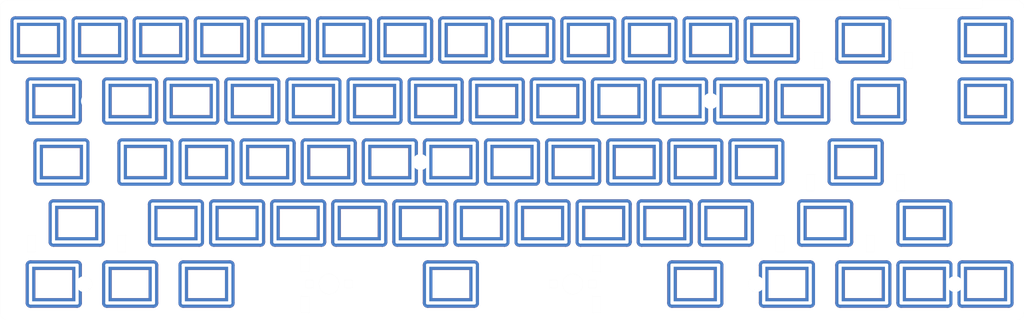
<source format=kicad_pcb>
(kicad_pcb (version 4) (host pcbnew 4.0.6)

  (general
    (links 0)
    (no_connects 0)
    (area 26.094999 25.594999 345.380001 125.605001)
    (thickness 1.6)
    (drawings 344)
    (tracks 0)
    (zones 0)
    (modules 73)
    (nets 1)
  )

  (page A3)
  (layers
    (0 F.Cu signal)
    (31 B.Cu signal)
    (32 B.Adhes user)
    (33 F.Adhes user)
    (34 B.Paste user)
    (35 F.Paste user)
    (36 B.SilkS user)
    (37 F.SilkS user)
    (38 B.Mask user)
    (39 F.Mask user)
    (41 Cmts.User user)
    (42 Eco1.User user)
    (43 Eco2.User user)
    (44 Edge.Cuts user)
    (45 Margin user)
    (46 B.CrtYd user)
    (47 F.CrtYd user)
    (48 B.Fab user)
    (49 F.Fab user)
  )

  (setup
    (last_trace_width 0.25)
    (trace_clearance 0.2)
    (zone_clearance 0.508)
    (zone_45_only no)
    (trace_min 0.2)
    (segment_width 0.2)
    (edge_width 0.01)
    (via_size 0.6)
    (via_drill 0.4)
    (via_min_size 0.4)
    (via_min_drill 0.3)
    (uvia_size 0.3)
    (uvia_drill 0.1)
    (uvias_allowed no)
    (uvia_min_size 0.2)
    (uvia_min_drill 0.1)
    (pcb_text_width 0.3)
    (pcb_text_size 1.5 1.5)
    (mod_edge_width 0.15)
    (mod_text_size 1 1)
    (mod_text_width 0.15)
    (pad_size 5 5)
    (pad_drill 5)
    (pad_to_mask_clearance 0.2)
    (aux_axis_origin 0 0)
    (visible_elements 7FFFFFFF)
    (pcbplotparams
      (layerselection 0x010fc_80000001)
      (usegerberextensions false)
      (excludeedgelayer true)
      (linewidth 0.100000)
      (plotframeref false)
      (viasonmask false)
      (mode 1)
      (useauxorigin false)
      (hpglpennumber 1)
      (hpglpenspeed 20)
      (hpglpendiameter 15)
      (hpglpenoverlay 2)
      (psnegative false)
      (psa4output false)
      (plotreference true)
      (plotvalue true)
      (plotinvisibletext false)
      (padsonsilk false)
      (subtractmaskfromsilk false)
      (outputformat 1)
      (mirror false)
      (drillshape 0)
      (scaleselection 1)
      (outputdirectory Alps66_plate_gerbers/))
  )

  (net 0 "")

  (net_class Default "This is the default net class."
    (clearance 0.2)
    (trace_width 0.25)
    (via_dia 0.6)
    (via_drill 0.4)
    (uvia_dia 0.3)
    (uvia_drill 0.1)
  )

  (module Keyboard_Footprints:screw_hole (layer F.Cu) (tedit 5C7E3705) (tstamp 5CF01A70)
    (at 247.65 57.15)
    (zone_connect 2)
    (fp_text reference FC660c_small_hole (at 0 6.4) (layer F.SilkS) hide
      (effects (font (size 1 1) (thickness 0.15)))
    )
    (fp_text value "" (at 0 0) (layer F.SilkS) hide
      (effects (font (size 1 1) (thickness 0.15)))
    )
    (pad "" np_thru_hole circle (at 0 0) (size 5 5) (drill 5) (layers *.Cu *.Mask)
      (zone_connect 2))
  )

  (module Keyboard_Footprints:screw_hole (layer F.Cu) (tedit 5C7E3705) (tstamp 5C7E06DE)
    (at 53.8625 57.1625)
    (zone_connect 2)
    (fp_text reference FC660c_small_hole (at 0 6.4) (layer F.SilkS) hide
      (effects (font (size 1 1) (thickness 0.15)))
    )
    (fp_text value "" (at 0 0) (layer F.SilkS) hide
      (effects (font (size 1 1) (thickness 0.15)))
    )
    (pad "" np_thru_hole circle (at 0 0) (size 5 5) (drill 5) (layers *.Cu *.Mask)
      (zone_connect 2))
  )

  (module Keyboard_Footprints:FC660c_big_hole (layer F.Cu) (tedit 5C7E1046) (tstamp 5C7E2B5F)
    (at 319.95 74.35)
    (zone_connect 2)
    (fp_text reference FC660c_big_hole (at 0 6.4) (layer F.SilkS) hide
      (effects (font (size 1 1) (thickness 0.15)))
    )
    (fp_text value "" (at 0 0) (layer F.SilkS) hide
      (effects (font (size 1 1) (thickness 0.15)))
    )
    (pad "" np_thru_hole circle (at 0 0) (size 10.5 10.5) (drill 10.5) (layers *.Cu *.Mask)
      (zone_connect 2))
  )

  (module Keyboard_Footprints:screw_hole (layer F.Cu) (tedit 5CF1642E) (tstamp 5C7E06D5)
    (at 324.5 47.6375)
    (zone_connect 2)
    (fp_text reference FC660c_small_hole (at 0 6.4) (layer F.SilkS) hide
      (effects (font (size 1 1) (thickness 0.15)))
    )
    (fp_text value "" (at 0 0) (layer F.SilkS) hide
      (effects (font (size 1 1) (thickness 0.15)))
    )
    (pad "" np_thru_hole circle (at -0.125 0) (size 5 5) (drill 5) (layers *.Cu *.Mask)
      (zone_connect 2))
  )

  (module Keyboard_Footprints:screw_hole (layer F.Cu) (tedit 5C7E3705) (tstamp 5C7E06CC)
    (at 157.1625 76.2125)
    (zone_connect 2)
    (fp_text reference FC660c_small_hole (at 0 6.4) (layer F.SilkS) hide
      (effects (font (size 1 1) (thickness 0.15)))
    )
    (fp_text value "" (at 0 0) (layer F.SilkS) hide
      (effects (font (size 1 1) (thickness 0.15)))
    )
    (pad "" np_thru_hole circle (at 0 0) (size 5 5) (drill 5) (layers *.Cu *.Mask)
      (zone_connect 2))
  )

  (module Keyboard_Footprints:screw_hole (layer F.Cu) (tedit 5C7E3705) (tstamp 5C7E06BA)
    (at 323.85 114.3125)
    (zone_connect 2)
    (fp_text reference FC660c_small_hole (at 0 6.4) (layer F.SilkS) hide
      (effects (font (size 1 1) (thickness 0.15)))
    )
    (fp_text value "" (at 0 0) (layer F.SilkS) hide
      (effects (font (size 1 1) (thickness 0.15)))
    )
    (pad "" np_thru_hole circle (at 0 0) (size 5 5) (drill 5) (layers *.Cu *.Mask)
      (zone_connect 2))
  )

  (module Keyboard_Footprints:screw_hole (layer F.Cu) (tedit 5C7E3705) (tstamp 5C7E06A3)
    (at 52.3875 114.3125)
    (zone_connect 2)
    (fp_text reference FC660c_small_hole (at 0 6.4) (layer F.SilkS) hide
      (effects (font (size 1 1) (thickness 0.15)))
    )
    (fp_text value "" (at 0 0) (layer F.SilkS) hide
      (effects (font (size 1 1) (thickness 0.15)))
    )
    (pad "" np_thru_hole circle (at 0 0) (size 5 5) (drill 5) (layers *.Cu *.Mask)
      (zone_connect 2))
  )

  (module Keyboard_Footprints:screw_hole (layer F.Cu) (tedit 5C7E3705) (tstamp 5C7E06B0)
    (at 261.9375 114.2875)
    (zone_connect 2)
    (fp_text reference FC660c_small_hole (at 0 6.4) (layer F.SilkS) hide
      (effects (font (size 1 1) (thickness 0.15)))
    )
    (fp_text value "" (at 0 0) (layer F.SilkS) hide
      (effects (font (size 1 1) (thickness 0.15)))
    )
    (pad "" np_thru_hole circle (at 0 0) (size 5 5) (drill 5) (layers *.Cu *.Mask)
      (zone_connect 2))
  )

  (module Keyboard_Footprints:SKCM_Plate_Cutout (layer F.Cu) (tedit 5C7E3BFA) (tstamp 5C7E045A)
    (at 271.4625 114.3)
    (fp_text reference "" (at 0 0.5) (layer F.SilkS)
      (effects (font (size 1 1) (thickness 0.15)))
    )
    (fp_text value "SKCM_Plate Cutout" (at 0 0) (layer F.Fab) hide
      (effects (font (size 1 1) (thickness 0.15)))
    )
    (pad "" thru_hole oval (at 0 -5.9) (size 17.5 3) (drill oval 15.5 1) (layers *.Cu *.Mask))
    (pad "" thru_hole oval (at 0 5.9) (size 17.5 3) (drill oval 15.5 1) (layers *.Cu *.Mask))
    (pad "" thru_hole oval (at 7.25 0) (size 3 14.8) (drill oval 1 12.8) (layers *.Cu *.Mask))
    (pad "" thru_hole oval (at -7.25 0) (size 3 14.8) (drill oval 1 12.8) (layers *.Cu *.Mask))
  )

  (module Keyboard_Footprints:SKCM_Plate_Cutout (layer F.Cu) (tedit 5C7E3BFA) (tstamp 5C7E044B)
    (at 283.36875 95.25)
    (fp_text reference "" (at 0 0.5) (layer F.SilkS)
      (effects (font (size 1 1) (thickness 0.15)))
    )
    (fp_text value "SKCM_Plate Cutout" (at 0 0) (layer F.Fab) hide
      (effects (font (size 1 1) (thickness 0.15)))
    )
    (pad "" thru_hole oval (at 0 -5.9) (size 17.5 3) (drill oval 15.5 1) (layers *.Cu *.Mask))
    (pad "" thru_hole oval (at 0 5.9) (size 17.5 3) (drill oval 15.5 1) (layers *.Cu *.Mask))
    (pad "" thru_hole oval (at 7.25 0) (size 3 14.8) (drill oval 1 12.8) (layers *.Cu *.Mask))
    (pad "" thru_hole oval (at -7.25 0) (size 3 14.8) (drill oval 1 12.8) (layers *.Cu *.Mask))
  )

  (module Keyboard_Footprints:SKCM_Plate_Cutout (layer F.Cu) (tedit 5C7E3BFA) (tstamp 5C7E043C)
    (at 314.325 95.25)
    (fp_text reference "" (at 0 0.5) (layer F.SilkS)
      (effects (font (size 1 1) (thickness 0.15)))
    )
    (fp_text value "SKCM_Plate Cutout" (at 0 0) (layer F.Fab) hide
      (effects (font (size 1 1) (thickness 0.15)))
    )
    (pad "" thru_hole oval (at 0 -5.9) (size 17.5 3) (drill oval 15.5 1) (layers *.Cu *.Mask))
    (pad "" thru_hole oval (at 0 5.9) (size 17.5 3) (drill oval 15.5 1) (layers *.Cu *.Mask))
    (pad "" thru_hole oval (at 7.25 0) (size 3 14.8) (drill oval 1 12.8) (layers *.Cu *.Mask))
    (pad "" thru_hole oval (at -7.25 0) (size 3 14.8) (drill oval 1 12.8) (layers *.Cu *.Mask))
  )

  (module Keyboard_Footprints:SKCM_Plate_Cutout (layer F.Cu) (tedit 5C7E3BFA) (tstamp 5C7E042D)
    (at 300.0375 57.15)
    (fp_text reference "" (at 0 0.5) (layer F.SilkS)
      (effects (font (size 1 1) (thickness 0.15)))
    )
    (fp_text value "SKCM_Plate Cutout" (at 0 0) (layer F.Fab) hide
      (effects (font (size 1 1) (thickness 0.15)))
    )
    (pad "" thru_hole oval (at 0 -5.9) (size 17.5 3) (drill oval 15.5 1) (layers *.Cu *.Mask))
    (pad "" thru_hole oval (at 0 5.9) (size 17.5 3) (drill oval 15.5 1) (layers *.Cu *.Mask))
    (pad "" thru_hole oval (at 7.25 0) (size 3 14.8) (drill oval 1 12.8) (layers *.Cu *.Mask))
    (pad "" thru_hole oval (at -7.25 0) (size 3 14.8) (drill oval 1 12.8) (layers *.Cu *.Mask))
  )

  (module Keyboard_Footprints:SKCM_Plate_Cutout (layer F.Cu) (tedit 5C7E3BFA) (tstamp 5C7E041E)
    (at 333.375 57.15)
    (fp_text reference "" (at 0 0.5) (layer F.SilkS)
      (effects (font (size 1 1) (thickness 0.15)))
    )
    (fp_text value "SKCM_Plate Cutout" (at 0 0) (layer F.Fab) hide
      (effects (font (size 1 1) (thickness 0.15)))
    )
    (pad "" thru_hole oval (at 0 -5.9) (size 17.5 3) (drill oval 15.5 1) (layers *.Cu *.Mask))
    (pad "" thru_hole oval (at 0 5.9) (size 17.5 3) (drill oval 15.5 1) (layers *.Cu *.Mask))
    (pad "" thru_hole oval (at 7.25 0) (size 3 14.8) (drill oval 1 12.8) (layers *.Cu *.Mask))
    (pad "" thru_hole oval (at -7.25 0) (size 3 14.8) (drill oval 1 12.8) (layers *.Cu *.Mask))
  )

  (module Keyboard_Footprints:SKCM_Plate_Cutout (layer F.Cu) (tedit 5C7E3BFA) (tstamp 5C7E040F)
    (at 333.375 38.1)
    (fp_text reference "" (at 0 0.5) (layer F.SilkS)
      (effects (font (size 1 1) (thickness 0.15)))
    )
    (fp_text value "SKCM_Plate Cutout" (at 0 0) (layer F.Fab) hide
      (effects (font (size 1 1) (thickness 0.15)))
    )
    (pad "" thru_hole oval (at 0 -5.9) (size 17.5 3) (drill oval 15.5 1) (layers *.Cu *.Mask))
    (pad "" thru_hole oval (at 0 5.9) (size 17.5 3) (drill oval 15.5 1) (layers *.Cu *.Mask))
    (pad "" thru_hole oval (at 7.25 0) (size 3 14.8) (drill oval 1 12.8) (layers *.Cu *.Mask))
    (pad "" thru_hole oval (at -7.25 0) (size 3 14.8) (drill oval 1 12.8) (layers *.Cu *.Mask))
  )

  (module Keyboard_Footprints:SKCM_Plate_Cutout (layer F.Cu) (tedit 5C7E3BFA) (tstamp 5C7E0400)
    (at 295.275 38.1)
    (fp_text reference "" (at 0 0.5) (layer F.SilkS)
      (effects (font (size 1 1) (thickness 0.15)))
    )
    (fp_text value "SKCM_Plate Cutout" (at 0 0) (layer F.Fab) hide
      (effects (font (size 1 1) (thickness 0.15)))
    )
    (pad "" thru_hole oval (at 0 -5.9) (size 17.5 3) (drill oval 15.5 1) (layers *.Cu *.Mask))
    (pad "" thru_hole oval (at 0 5.9) (size 17.5 3) (drill oval 15.5 1) (layers *.Cu *.Mask))
    (pad "" thru_hole oval (at 7.25 0) (size 3 14.8) (drill oval 1 12.8) (layers *.Cu *.Mask))
    (pad "" thru_hole oval (at -7.25 0) (size 3 14.8) (drill oval 1 12.8) (layers *.Cu *.Mask))
  )

  (module Keyboard_Footprints:SKCM_Plate_Cutout (layer F.Cu) (tedit 5C7E3BFA) (tstamp 5C7E03F1)
    (at 266.7 38.1)
    (fp_text reference "" (at 0 0.5) (layer F.SilkS)
      (effects (font (size 1 1) (thickness 0.15)))
    )
    (fp_text value "SKCM_Plate Cutout" (at 0 0) (layer F.Fab) hide
      (effects (font (size 1 1) (thickness 0.15)))
    )
    (pad "" thru_hole oval (at 0 -5.9) (size 17.5 3) (drill oval 15.5 1) (layers *.Cu *.Mask))
    (pad "" thru_hole oval (at 0 5.9) (size 17.5 3) (drill oval 15.5 1) (layers *.Cu *.Mask))
    (pad "" thru_hole oval (at 7.25 0) (size 3 14.8) (drill oval 1 12.8) (layers *.Cu *.Mask))
    (pad "" thru_hole oval (at -7.25 0) (size 3 14.8) (drill oval 1 12.8) (layers *.Cu *.Mask))
  )

  (module Keyboard_Footprints:SKCM_Plate_Cutout (layer F.Cu) (tedit 5C7E3BFA) (tstamp 5C7E03E2)
    (at 242.8875 114.3)
    (fp_text reference "" (at 0 0.5) (layer F.SilkS)
      (effects (font (size 1 1) (thickness 0.15)))
    )
    (fp_text value "SKCM_Plate Cutout" (at 0 0) (layer F.Fab) hide
      (effects (font (size 1 1) (thickness 0.15)))
    )
    (pad "" thru_hole oval (at 0 -5.9) (size 17.5 3) (drill oval 15.5 1) (layers *.Cu *.Mask))
    (pad "" thru_hole oval (at 0 5.9) (size 17.5 3) (drill oval 15.5 1) (layers *.Cu *.Mask))
    (pad "" thru_hole oval (at 7.25 0) (size 3 14.8) (drill oval 1 12.8) (layers *.Cu *.Mask))
    (pad "" thru_hole oval (at -7.25 0) (size 3 14.8) (drill oval 1 12.8) (layers *.Cu *.Mask))
  )

  (module Keyboard_Footprints:SKCM_Plate_Cutout (layer F.Cu) (tedit 5C7E3BFA) (tstamp 5C7E03D3)
    (at 166.6875 114.3)
    (fp_text reference "" (at 0 0.5) (layer F.SilkS)
      (effects (font (size 1 1) (thickness 0.15)))
    )
    (fp_text value "SKCM_Plate Cutout" (at 0 0) (layer F.Fab) hide
      (effects (font (size 1 1) (thickness 0.15)))
    )
    (pad "" thru_hole oval (at 0 -5.9) (size 17.5 3) (drill oval 15.5 1) (layers *.Cu *.Mask))
    (pad "" thru_hole oval (at 0 5.9) (size 17.5 3) (drill oval 15.5 1) (layers *.Cu *.Mask))
    (pad "" thru_hole oval (at 7.25 0) (size 3 14.8) (drill oval 1 12.8) (layers *.Cu *.Mask))
    (pad "" thru_hole oval (at -7.25 0) (size 3 14.8) (drill oval 1 12.8) (layers *.Cu *.Mask))
  )

  (module Keyboard_Footprints:SKCM_Plate_Cutout (layer F.Cu) (tedit 5C7E3BFA) (tstamp 5C7E03C4)
    (at 90.4875 114.3)
    (fp_text reference "" (at 0 0.5) (layer F.SilkS)
      (effects (font (size 1 1) (thickness 0.15)))
    )
    (fp_text value "SKCM_Plate Cutout" (at 0 0) (layer F.Fab) hide
      (effects (font (size 1 1) (thickness 0.15)))
    )
    (pad "" thru_hole oval (at 0 -5.9) (size 17.5 3) (drill oval 15.5 1) (layers *.Cu *.Mask))
    (pad "" thru_hole oval (at 0 5.9) (size 17.5 3) (drill oval 15.5 1) (layers *.Cu *.Mask))
    (pad "" thru_hole oval (at 7.25 0) (size 3 14.8) (drill oval 1 12.8) (layers *.Cu *.Mask))
    (pad "" thru_hole oval (at -7.25 0) (size 3 14.8) (drill oval 1 12.8) (layers *.Cu *.Mask))
  )

  (module Keyboard_Footprints:SKCM_Plate_Cutout (layer F.Cu) (tedit 5C7E3BFA) (tstamp 5C7E03B5)
    (at 66.675 114.3)
    (fp_text reference "" (at 0 0.5) (layer F.SilkS)
      (effects (font (size 1 1) (thickness 0.15)))
    )
    (fp_text value "SKCM_Plate Cutout" (at 0 0) (layer F.Fab) hide
      (effects (font (size 1 1) (thickness 0.15)))
    )
    (pad "" thru_hole oval (at 0 -5.9) (size 17.5 3) (drill oval 15.5 1) (layers *.Cu *.Mask))
    (pad "" thru_hole oval (at 0 5.9) (size 17.5 3) (drill oval 15.5 1) (layers *.Cu *.Mask))
    (pad "" thru_hole oval (at 7.25 0) (size 3 14.8) (drill oval 1 12.8) (layers *.Cu *.Mask))
    (pad "" thru_hole oval (at -7.25 0) (size 3 14.8) (drill oval 1 12.8) (layers *.Cu *.Mask))
  )

  (module Keyboard_Footprints:SKCM_Plate_Cutout (layer F.Cu) (tedit 5C7E3BFA) (tstamp 5C7E03A6)
    (at 42.8625 114.3)
    (fp_text reference "" (at 0 0.5) (layer F.SilkS)
      (effects (font (size 1 1) (thickness 0.15)))
    )
    (fp_text value "SKCM_Plate Cutout" (at 0 0) (layer F.Fab) hide
      (effects (font (size 1 1) (thickness 0.15)))
    )
    (pad "" thru_hole oval (at 0 -5.9) (size 17.5 3) (drill oval 15.5 1) (layers *.Cu *.Mask))
    (pad "" thru_hole oval (at 0 5.9) (size 17.5 3) (drill oval 15.5 1) (layers *.Cu *.Mask))
    (pad "" thru_hole oval (at 7.25 0) (size 3 14.8) (drill oval 1 12.8) (layers *.Cu *.Mask))
    (pad "" thru_hole oval (at -7.25 0) (size 3 14.8) (drill oval 1 12.8) (layers *.Cu *.Mask))
  )

  (module Keyboard_Footprints:SKCM_Plate_Cutout (layer F.Cu) (tedit 5C7E3BFA) (tstamp 5C7E0397)
    (at 50.00625 95.25)
    (fp_text reference "" (at 0 0.5) (layer F.SilkS)
      (effects (font (size 1 1) (thickness 0.15)))
    )
    (fp_text value "SKCM_Plate Cutout" (at 0 0) (layer F.Fab) hide
      (effects (font (size 1 1) (thickness 0.15)))
    )
    (pad "" thru_hole oval (at 0 -5.9) (size 17.5 3) (drill oval 15.5 1) (layers *.Cu *.Mask))
    (pad "" thru_hole oval (at 0 5.9) (size 17.5 3) (drill oval 15.5 1) (layers *.Cu *.Mask))
    (pad "" thru_hole oval (at 7.25 0) (size 3 14.8) (drill oval 1 12.8) (layers *.Cu *.Mask))
    (pad "" thru_hole oval (at -7.25 0) (size 3 14.8) (drill oval 1 12.8) (layers *.Cu *.Mask))
  )

  (module Keyboard_Footprints:SKCM_Plate_Cutout (layer F.Cu) (tedit 5C7E3BFA) (tstamp 5C7E0388)
    (at 45.24375 76.2)
    (fp_text reference "" (at 0 0.5) (layer F.SilkS)
      (effects (font (size 1 1) (thickness 0.15)))
    )
    (fp_text value "SKCM_Plate Cutout" (at 0 0) (layer F.Fab) hide
      (effects (font (size 1 1) (thickness 0.15)))
    )
    (pad "" thru_hole oval (at 0 -5.9) (size 17.5 3) (drill oval 15.5 1) (layers *.Cu *.Mask))
    (pad "" thru_hole oval (at 0 5.9) (size 17.5 3) (drill oval 15.5 1) (layers *.Cu *.Mask))
    (pad "" thru_hole oval (at 7.25 0) (size 3 14.8) (drill oval 1 12.8) (layers *.Cu *.Mask))
    (pad "" thru_hole oval (at -7.25 0) (size 3 14.8) (drill oval 1 12.8) (layers *.Cu *.Mask))
  )

  (module Keyboard_Footprints:SKCM_Plate_Cutout (layer F.Cu) (tedit 5C7E3BFA) (tstamp 5C7E020F)
    (at 38.1 38.1)
    (fp_text reference "" (at 0 0.5) (layer F.SilkS)
      (effects (font (size 1 1) (thickness 0.15)))
    )
    (fp_text value "SKCM_Plate Cutout" (at 0 0) (layer F.Fab) hide
      (effects (font (size 1 1) (thickness 0.15)))
    )
    (pad "" thru_hole oval (at 0 -5.9) (size 17.5 3) (drill oval 15.5 1) (layers *.Cu *.Mask))
    (pad "" thru_hole oval (at 0 5.9) (size 17.5 3) (drill oval 15.5 1) (layers *.Cu *.Mask))
    (pad "" thru_hole oval (at 7.25 0) (size 3 14.8) (drill oval 1 12.8) (layers *.Cu *.Mask))
    (pad "" thru_hole oval (at -7.25 0) (size 3 14.8) (drill oval 1 12.8) (layers *.Cu *.Mask))
  )

  (module Keyboard_Footprints:SKCM_Plate_Cutout (layer F.Cu) (tedit 5C7E3BFA) (tstamp 5C7E0220)
    (at 57.15 38.1)
    (fp_text reference "" (at 0 0.5) (layer F.SilkS)
      (effects (font (size 1 1) (thickness 0.15)))
    )
    (fp_text value "SKCM_Plate Cutout" (at 0 0) (layer F.Fab) hide
      (effects (font (size 1 1) (thickness 0.15)))
    )
    (pad "" thru_hole oval (at 0 -5.9) (size 17.5 3) (drill oval 15.5 1) (layers *.Cu *.Mask))
    (pad "" thru_hole oval (at 0 5.9) (size 17.5 3) (drill oval 15.5 1) (layers *.Cu *.Mask))
    (pad "" thru_hole oval (at 7.25 0) (size 3 14.8) (drill oval 1 12.8) (layers *.Cu *.Mask))
    (pad "" thru_hole oval (at -7.25 0) (size 3 14.8) (drill oval 1 12.8) (layers *.Cu *.Mask))
  )

  (module Keyboard_Footprints:SKCM_Plate_Cutout (layer F.Cu) (tedit 5C7E3BFA) (tstamp 5C7E0228)
    (at 76.2 38.1)
    (fp_text reference "" (at 0 0.5) (layer F.SilkS)
      (effects (font (size 1 1) (thickness 0.15)))
    )
    (fp_text value "SKCM_Plate Cutout" (at 0 0) (layer F.Fab) hide
      (effects (font (size 1 1) (thickness 0.15)))
    )
    (pad "" thru_hole oval (at 0 -5.9) (size 17.5 3) (drill oval 15.5 1) (layers *.Cu *.Mask))
    (pad "" thru_hole oval (at 0 5.9) (size 17.5 3) (drill oval 15.5 1) (layers *.Cu *.Mask))
    (pad "" thru_hole oval (at 7.25 0) (size 3 14.8) (drill oval 1 12.8) (layers *.Cu *.Mask))
    (pad "" thru_hole oval (at -7.25 0) (size 3 14.8) (drill oval 1 12.8) (layers *.Cu *.Mask))
  )

  (module Keyboard_Footprints:SKCM_Plate_Cutout (layer F.Cu) (tedit 5C7E3BFA) (tstamp 5C7E0237)
    (at 133.35 38.1)
    (fp_text reference "" (at 0 0.5) (layer F.SilkS)
      (effects (font (size 1 1) (thickness 0.15)))
    )
    (fp_text value "SKCM_Plate Cutout" (at 0 0) (layer F.Fab) hide
      (effects (font (size 1 1) (thickness 0.15)))
    )
    (pad "" thru_hole oval (at 0 -5.9) (size 17.5 3) (drill oval 15.5 1) (layers *.Cu *.Mask))
    (pad "" thru_hole oval (at 0 5.9) (size 17.5 3) (drill oval 15.5 1) (layers *.Cu *.Mask))
    (pad "" thru_hole oval (at 7.25 0) (size 3 14.8) (drill oval 1 12.8) (layers *.Cu *.Mask))
    (pad "" thru_hole oval (at -7.25 0) (size 3 14.8) (drill oval 1 12.8) (layers *.Cu *.Mask))
  )

  (module Keyboard_Footprints:SKCM_Plate_Cutout (layer F.Cu) (tedit 5C7E3BFA) (tstamp 5C7E023E)
    (at 114.3 38.1)
    (fp_text reference "" (at 0 0.5) (layer F.SilkS)
      (effects (font (size 1 1) (thickness 0.15)))
    )
    (fp_text value "SKCM_Plate Cutout" (at 0 0) (layer F.Fab) hide
      (effects (font (size 1 1) (thickness 0.15)))
    )
    (pad "" thru_hole oval (at 0 -5.9) (size 17.5 3) (drill oval 15.5 1) (layers *.Cu *.Mask))
    (pad "" thru_hole oval (at 0 5.9) (size 17.5 3) (drill oval 15.5 1) (layers *.Cu *.Mask))
    (pad "" thru_hole oval (at 7.25 0) (size 3 14.8) (drill oval 1 12.8) (layers *.Cu *.Mask))
    (pad "" thru_hole oval (at -7.25 0) (size 3 14.8) (drill oval 1 12.8) (layers *.Cu *.Mask))
  )

  (module Keyboard_Footprints:SKCM_Plate_Cutout (layer F.Cu) (tedit 5C7E3BFA) (tstamp 5C7E0245)
    (at 95.25 38.1)
    (fp_text reference "" (at 0 0.5) (layer F.SilkS)
      (effects (font (size 1 1) (thickness 0.15)))
    )
    (fp_text value "SKCM_Plate Cutout" (at 0 0) (layer F.Fab) hide
      (effects (font (size 1 1) (thickness 0.15)))
    )
    (pad "" thru_hole oval (at 0 -5.9) (size 17.5 3) (drill oval 15.5 1) (layers *.Cu *.Mask))
    (pad "" thru_hole oval (at 0 5.9) (size 17.5 3) (drill oval 15.5 1) (layers *.Cu *.Mask))
    (pad "" thru_hole oval (at 7.25 0) (size 3 14.8) (drill oval 1 12.8) (layers *.Cu *.Mask))
    (pad "" thru_hole oval (at -7.25 0) (size 3 14.8) (drill oval 1 12.8) (layers *.Cu *.Mask))
  )

  (module Keyboard_Footprints:SKCM_Plate_Cutout (layer F.Cu) (tedit 5C7E3BFA) (tstamp 5C7E024C)
    (at 209.55 38.1)
    (fp_text reference "" (at 0 0.5) (layer F.SilkS)
      (effects (font (size 1 1) (thickness 0.15)))
    )
    (fp_text value "SKCM_Plate Cutout" (at 0 0) (layer F.Fab) hide
      (effects (font (size 1 1) (thickness 0.15)))
    )
    (pad "" thru_hole oval (at 0 -5.9) (size 17.5 3) (drill oval 15.5 1) (layers *.Cu *.Mask))
    (pad "" thru_hole oval (at 0 5.9) (size 17.5 3) (drill oval 15.5 1) (layers *.Cu *.Mask))
    (pad "" thru_hole oval (at 7.25 0) (size 3 14.8) (drill oval 1 12.8) (layers *.Cu *.Mask))
    (pad "" thru_hole oval (at -7.25 0) (size 3 14.8) (drill oval 1 12.8) (layers *.Cu *.Mask))
  )

  (module Keyboard_Footprints:SKCM_Plate_Cutout (layer F.Cu) (tedit 5C7E3BFA) (tstamp 5C7E0253)
    (at 228.6 38.1)
    (fp_text reference "" (at 0 0.5) (layer F.SilkS)
      (effects (font (size 1 1) (thickness 0.15)))
    )
    (fp_text value "SKCM_Plate Cutout" (at 0 0) (layer F.Fab) hide
      (effects (font (size 1 1) (thickness 0.15)))
    )
    (pad "" thru_hole oval (at 0 -5.9) (size 17.5 3) (drill oval 15.5 1) (layers *.Cu *.Mask))
    (pad "" thru_hole oval (at 0 5.9) (size 17.5 3) (drill oval 15.5 1) (layers *.Cu *.Mask))
    (pad "" thru_hole oval (at 7.25 0) (size 3 14.8) (drill oval 1 12.8) (layers *.Cu *.Mask))
    (pad "" thru_hole oval (at -7.25 0) (size 3 14.8) (drill oval 1 12.8) (layers *.Cu *.Mask))
  )

  (module Keyboard_Footprints:SKCM_Plate_Cutout (layer F.Cu) (tedit 5C7E3BFA) (tstamp 5C7E025A)
    (at 247.65 38.1)
    (fp_text reference "" (at 0 0.5) (layer F.SilkS)
      (effects (font (size 1 1) (thickness 0.15)))
    )
    (fp_text value "SKCM_Plate Cutout" (at 0 0) (layer F.Fab) hide
      (effects (font (size 1 1) (thickness 0.15)))
    )
    (pad "" thru_hole oval (at 0 -5.9) (size 17.5 3) (drill oval 15.5 1) (layers *.Cu *.Mask))
    (pad "" thru_hole oval (at 0 5.9) (size 17.5 3) (drill oval 15.5 1) (layers *.Cu *.Mask))
    (pad "" thru_hole oval (at 7.25 0) (size 3 14.8) (drill oval 1 12.8) (layers *.Cu *.Mask))
    (pad "" thru_hole oval (at -7.25 0) (size 3 14.8) (drill oval 1 12.8) (layers *.Cu *.Mask))
  )

  (module Keyboard_Footprints:SKCM_Plate_Cutout (layer F.Cu) (tedit 5C7E3BFA) (tstamp 5C7E0261)
    (at 190.5 38.1)
    (fp_text reference "" (at 0 0.5) (layer F.SilkS)
      (effects (font (size 1 1) (thickness 0.15)))
    )
    (fp_text value "SKCM_Plate Cutout" (at 0 0) (layer F.Fab) hide
      (effects (font (size 1 1) (thickness 0.15)))
    )
    (pad "" thru_hole oval (at 0 -5.9) (size 17.5 3) (drill oval 15.5 1) (layers *.Cu *.Mask))
    (pad "" thru_hole oval (at 0 5.9) (size 17.5 3) (drill oval 15.5 1) (layers *.Cu *.Mask))
    (pad "" thru_hole oval (at 7.25 0) (size 3 14.8) (drill oval 1 12.8) (layers *.Cu *.Mask))
    (pad "" thru_hole oval (at -7.25 0) (size 3 14.8) (drill oval 1 12.8) (layers *.Cu *.Mask))
  )

  (module Keyboard_Footprints:SKCM_Plate_Cutout (layer F.Cu) (tedit 5C7E3BFA) (tstamp 5C7E0268)
    (at 171.45 38.1)
    (fp_text reference "" (at 0 0.5) (layer F.SilkS)
      (effects (font (size 1 1) (thickness 0.15)))
    )
    (fp_text value "SKCM_Plate Cutout" (at 0 0) (layer F.Fab) hide
      (effects (font (size 1 1) (thickness 0.15)))
    )
    (pad "" thru_hole oval (at 0 -5.9) (size 17.5 3) (drill oval 15.5 1) (layers *.Cu *.Mask))
    (pad "" thru_hole oval (at 0 5.9) (size 17.5 3) (drill oval 15.5 1) (layers *.Cu *.Mask))
    (pad "" thru_hole oval (at 7.25 0) (size 3 14.8) (drill oval 1 12.8) (layers *.Cu *.Mask))
    (pad "" thru_hole oval (at -7.25 0) (size 3 14.8) (drill oval 1 12.8) (layers *.Cu *.Mask))
  )

  (module Keyboard_Footprints:SKCM_Plate_Cutout (layer F.Cu) (tedit 5C7E3BFA) (tstamp 5C7E026F)
    (at 152.4 38.1)
    (fp_text reference "" (at 0 0.5) (layer F.SilkS)
      (effects (font (size 1 1) (thickness 0.15)))
    )
    (fp_text value "SKCM_Plate Cutout" (at 0 0) (layer F.Fab) hide
      (effects (font (size 1 1) (thickness 0.15)))
    )
    (pad "" thru_hole oval (at 0 -5.9) (size 17.5 3) (drill oval 15.5 1) (layers *.Cu *.Mask))
    (pad "" thru_hole oval (at 0 5.9) (size 17.5 3) (drill oval 15.5 1) (layers *.Cu *.Mask))
    (pad "" thru_hole oval (at 7.25 0) (size 3 14.8) (drill oval 1 12.8) (layers *.Cu *.Mask))
    (pad "" thru_hole oval (at -7.25 0) (size 3 14.8) (drill oval 1 12.8) (layers *.Cu *.Mask))
  )

  (module Keyboard_Footprints:SKCM_Plate_Cutout (layer F.Cu) (tedit 5C7E3BFA) (tstamp 5C7E0276)
    (at 180.975 57.15)
    (fp_text reference "" (at 0 0.5) (layer F.SilkS)
      (effects (font (size 1 1) (thickness 0.15)))
    )
    (fp_text value "SKCM_Plate Cutout" (at 0 0) (layer F.Fab) hide
      (effects (font (size 1 1) (thickness 0.15)))
    )
    (pad "" thru_hole oval (at 0 -5.9) (size 17.5 3) (drill oval 15.5 1) (layers *.Cu *.Mask))
    (pad "" thru_hole oval (at 0 5.9) (size 17.5 3) (drill oval 15.5 1) (layers *.Cu *.Mask))
    (pad "" thru_hole oval (at 7.25 0) (size 3 14.8) (drill oval 1 12.8) (layers *.Cu *.Mask))
    (pad "" thru_hole oval (at -7.25 0) (size 3 14.8) (drill oval 1 12.8) (layers *.Cu *.Mask))
  )

  (module Keyboard_Footprints:SKCM_Plate_Cutout (layer F.Cu) (tedit 5C7E3BFA) (tstamp 5C7E027D)
    (at 200.025 57.15)
    (fp_text reference "" (at 0 0.5) (layer F.SilkS)
      (effects (font (size 1 1) (thickness 0.15)))
    )
    (fp_text value "SKCM_Plate Cutout" (at 0 0) (layer F.Fab) hide
      (effects (font (size 1 1) (thickness 0.15)))
    )
    (pad "" thru_hole oval (at 0 -5.9) (size 17.5 3) (drill oval 15.5 1) (layers *.Cu *.Mask))
    (pad "" thru_hole oval (at 0 5.9) (size 17.5 3) (drill oval 15.5 1) (layers *.Cu *.Mask))
    (pad "" thru_hole oval (at 7.25 0) (size 3 14.8) (drill oval 1 12.8) (layers *.Cu *.Mask))
    (pad "" thru_hole oval (at -7.25 0) (size 3 14.8) (drill oval 1 12.8) (layers *.Cu *.Mask))
  )

  (module Keyboard_Footprints:SKCM_Plate_Cutout (layer F.Cu) (tedit 5C7E3BFA) (tstamp 5C7E0284)
    (at 219.075 57.15)
    (fp_text reference "" (at 0 0.5) (layer F.SilkS)
      (effects (font (size 1 1) (thickness 0.15)))
    )
    (fp_text value "SKCM_Plate Cutout" (at 0 0) (layer F.Fab) hide
      (effects (font (size 1 1) (thickness 0.15)))
    )
    (pad "" thru_hole oval (at 0 -5.9) (size 17.5 3) (drill oval 15.5 1) (layers *.Cu *.Mask))
    (pad "" thru_hole oval (at 0 5.9) (size 17.5 3) (drill oval 15.5 1) (layers *.Cu *.Mask))
    (pad "" thru_hole oval (at 7.25 0) (size 3 14.8) (drill oval 1 12.8) (layers *.Cu *.Mask))
    (pad "" thru_hole oval (at -7.25 0) (size 3 14.8) (drill oval 1 12.8) (layers *.Cu *.Mask))
  )

  (module Keyboard_Footprints:SKCM_Plate_Cutout (layer F.Cu) (tedit 5C7E3BFA) (tstamp 5C7E028B)
    (at 276.225 57.15)
    (fp_text reference "" (at 0 0.5) (layer F.SilkS)
      (effects (font (size 1 1) (thickness 0.15)))
    )
    (fp_text value "SKCM_Plate Cutout" (at 0 0) (layer F.Fab) hide
      (effects (font (size 1 1) (thickness 0.15)))
    )
    (pad "" thru_hole oval (at 0 -5.9) (size 17.5 3) (drill oval 15.5 1) (layers *.Cu *.Mask))
    (pad "" thru_hole oval (at 0 5.9) (size 17.5 3) (drill oval 15.5 1) (layers *.Cu *.Mask))
    (pad "" thru_hole oval (at 7.25 0) (size 3 14.8) (drill oval 1 12.8) (layers *.Cu *.Mask))
    (pad "" thru_hole oval (at -7.25 0) (size 3 14.8) (drill oval 1 12.8) (layers *.Cu *.Mask))
  )

  (module Keyboard_Footprints:SKCM_Plate_Cutout (layer F.Cu) (tedit 5C7E3BFA) (tstamp 5C7E0292)
    (at 257.175 57.15)
    (fp_text reference "" (at 0 0.5) (layer F.SilkS)
      (effects (font (size 1 1) (thickness 0.15)))
    )
    (fp_text value "SKCM_Plate Cutout" (at 0 0) (layer F.Fab) hide
      (effects (font (size 1 1) (thickness 0.15)))
    )
    (pad "" thru_hole oval (at 0 -5.9) (size 17.5 3) (drill oval 15.5 1) (layers *.Cu *.Mask))
    (pad "" thru_hole oval (at 0 5.9) (size 17.5 3) (drill oval 15.5 1) (layers *.Cu *.Mask))
    (pad "" thru_hole oval (at 7.25 0) (size 3 14.8) (drill oval 1 12.8) (layers *.Cu *.Mask))
    (pad "" thru_hole oval (at -7.25 0) (size 3 14.8) (drill oval 1 12.8) (layers *.Cu *.Mask))
  )

  (module Keyboard_Footprints:SKCM_Plate_Cutout (layer F.Cu) (tedit 5C7E3BFA) (tstamp 5C7E0299)
    (at 238.125 57.15)
    (fp_text reference "" (at 0 0.5) (layer F.SilkS)
      (effects (font (size 1 1) (thickness 0.15)))
    )
    (fp_text value "SKCM_Plate Cutout" (at 0 0) (layer F.Fab) hide
      (effects (font (size 1 1) (thickness 0.15)))
    )
    (pad "" thru_hole oval (at 0 -5.9) (size 17.5 3) (drill oval 15.5 1) (layers *.Cu *.Mask))
    (pad "" thru_hole oval (at 0 5.9) (size 17.5 3) (drill oval 15.5 1) (layers *.Cu *.Mask))
    (pad "" thru_hole oval (at 7.25 0) (size 3 14.8) (drill oval 1 12.8) (layers *.Cu *.Mask))
    (pad "" thru_hole oval (at -7.25 0) (size 3 14.8) (drill oval 1 12.8) (layers *.Cu *.Mask))
  )

  (module Keyboard_Footprints:SKCM_Plate_Cutout (layer F.Cu) (tedit 5C7E3BFA) (tstamp 5C7E02A0)
    (at 123.825 57.15)
    (fp_text reference "" (at 0 0.5) (layer F.SilkS)
      (effects (font (size 1 1) (thickness 0.15)))
    )
    (fp_text value "SKCM_Plate Cutout" (at 0 0) (layer F.Fab) hide
      (effects (font (size 1 1) (thickness 0.15)))
    )
    (pad "" thru_hole oval (at 0 -5.9) (size 17.5 3) (drill oval 15.5 1) (layers *.Cu *.Mask))
    (pad "" thru_hole oval (at 0 5.9) (size 17.5 3) (drill oval 15.5 1) (layers *.Cu *.Mask))
    (pad "" thru_hole oval (at 7.25 0) (size 3 14.8) (drill oval 1 12.8) (layers *.Cu *.Mask))
    (pad "" thru_hole oval (at -7.25 0) (size 3 14.8) (drill oval 1 12.8) (layers *.Cu *.Mask))
  )

  (module Keyboard_Footprints:SKCM_Plate_Cutout (layer F.Cu) (tedit 5C7E3BFA) (tstamp 5C7E02A7)
    (at 142.875 57.15)
    (fp_text reference "" (at 0 0.5) (layer F.SilkS)
      (effects (font (size 1 1) (thickness 0.15)))
    )
    (fp_text value "SKCM_Plate Cutout" (at 0 0) (layer F.Fab) hide
      (effects (font (size 1 1) (thickness 0.15)))
    )
    (pad "" thru_hole oval (at 0 -5.9) (size 17.5 3) (drill oval 15.5 1) (layers *.Cu *.Mask))
    (pad "" thru_hole oval (at 0 5.9) (size 17.5 3) (drill oval 15.5 1) (layers *.Cu *.Mask))
    (pad "" thru_hole oval (at 7.25 0) (size 3 14.8) (drill oval 1 12.8) (layers *.Cu *.Mask))
    (pad "" thru_hole oval (at -7.25 0) (size 3 14.8) (drill oval 1 12.8) (layers *.Cu *.Mask))
  )

  (module Keyboard_Footprints:SKCM_Plate_Cutout (layer F.Cu) (tedit 5C7E3BFA) (tstamp 5C7E02AE)
    (at 161.925 57.15)
    (fp_text reference "" (at 0 0.5) (layer F.SilkS)
      (effects (font (size 1 1) (thickness 0.15)))
    )
    (fp_text value "SKCM_Plate Cutout" (at 0 0) (layer F.Fab) hide
      (effects (font (size 1 1) (thickness 0.15)))
    )
    (pad "" thru_hole oval (at 0 -5.9) (size 17.5 3) (drill oval 15.5 1) (layers *.Cu *.Mask))
    (pad "" thru_hole oval (at 0 5.9) (size 17.5 3) (drill oval 15.5 1) (layers *.Cu *.Mask))
    (pad "" thru_hole oval (at 7.25 0) (size 3 14.8) (drill oval 1 12.8) (layers *.Cu *.Mask))
    (pad "" thru_hole oval (at -7.25 0) (size 3 14.8) (drill oval 1 12.8) (layers *.Cu *.Mask))
  )

  (module Keyboard_Footprints:SKCM_Plate_Cutout (layer F.Cu) (tedit 5C7E3BFA) (tstamp 5C7E02B5)
    (at 104.775 57.15)
    (fp_text reference "" (at 0 0.5) (layer F.SilkS)
      (effects (font (size 1 1) (thickness 0.15)))
    )
    (fp_text value "SKCM_Plate Cutout" (at 0 0) (layer F.Fab) hide
      (effects (font (size 1 1) (thickness 0.15)))
    )
    (pad "" thru_hole oval (at 0 -5.9) (size 17.5 3) (drill oval 15.5 1) (layers *.Cu *.Mask))
    (pad "" thru_hole oval (at 0 5.9) (size 17.5 3) (drill oval 15.5 1) (layers *.Cu *.Mask))
    (pad "" thru_hole oval (at 7.25 0) (size 3 14.8) (drill oval 1 12.8) (layers *.Cu *.Mask))
    (pad "" thru_hole oval (at -7.25 0) (size 3 14.8) (drill oval 1 12.8) (layers *.Cu *.Mask))
  )

  (module Keyboard_Footprints:SKCM_Plate_Cutout (layer F.Cu) (tedit 5C7E3BFA) (tstamp 5C7E02BC)
    (at 85.725 57.15)
    (fp_text reference "" (at 0 0.5) (layer F.SilkS)
      (effects (font (size 1 1) (thickness 0.15)))
    )
    (fp_text value "SKCM_Plate Cutout" (at 0 0) (layer F.Fab) hide
      (effects (font (size 1 1) (thickness 0.15)))
    )
    (pad "" thru_hole oval (at 0 -5.9) (size 17.5 3) (drill oval 15.5 1) (layers *.Cu *.Mask))
    (pad "" thru_hole oval (at 0 5.9) (size 17.5 3) (drill oval 15.5 1) (layers *.Cu *.Mask))
    (pad "" thru_hole oval (at 7.25 0) (size 3 14.8) (drill oval 1 12.8) (layers *.Cu *.Mask))
    (pad "" thru_hole oval (at -7.25 0) (size 3 14.8) (drill oval 1 12.8) (layers *.Cu *.Mask))
  )

  (module Keyboard_Footprints:SKCM_Plate_Cutout (layer F.Cu) (tedit 5C7E3BFA) (tstamp 5C7E02C3)
    (at 66.675 57.15)
    (fp_text reference "" (at 0 0.5) (layer F.SilkS)
      (effects (font (size 1 1) (thickness 0.15)))
    )
    (fp_text value "SKCM_Plate Cutout" (at 0 0) (layer F.Fab) hide
      (effects (font (size 1 1) (thickness 0.15)))
    )
    (pad "" thru_hole oval (at 0 -5.9) (size 17.5 3) (drill oval 15.5 1) (layers *.Cu *.Mask))
    (pad "" thru_hole oval (at 0 5.9) (size 17.5 3) (drill oval 15.5 1) (layers *.Cu *.Mask))
    (pad "" thru_hole oval (at 7.25 0) (size 3 14.8) (drill oval 1 12.8) (layers *.Cu *.Mask))
    (pad "" thru_hole oval (at -7.25 0) (size 3 14.8) (drill oval 1 12.8) (layers *.Cu *.Mask))
  )

  (module Keyboard_Footprints:SKCM_Plate_Cutout (layer F.Cu) (tedit 5C7E3BFA) (tstamp 5C7E02CA)
    (at 71.4375 76.2)
    (fp_text reference "" (at 0 0.5) (layer F.SilkS)
      (effects (font (size 1 1) (thickness 0.15)))
    )
    (fp_text value "SKCM_Plate Cutout" (at 0 0) (layer F.Fab) hide
      (effects (font (size 1 1) (thickness 0.15)))
    )
    (pad "" thru_hole oval (at 0 -5.9) (size 17.5 3) (drill oval 15.5 1) (layers *.Cu *.Mask))
    (pad "" thru_hole oval (at 0 5.9) (size 17.5 3) (drill oval 15.5 1) (layers *.Cu *.Mask))
    (pad "" thru_hole oval (at 7.25 0) (size 3 14.8) (drill oval 1 12.8) (layers *.Cu *.Mask))
    (pad "" thru_hole oval (at -7.25 0) (size 3 14.8) (drill oval 1 12.8) (layers *.Cu *.Mask))
  )

  (module Keyboard_Footprints:SKCM_Plate_Cutout (layer F.Cu) (tedit 5C7E3BFA) (tstamp 5C7E02D1)
    (at 90.4875 76.2)
    (fp_text reference "" (at 0 0.5) (layer F.SilkS)
      (effects (font (size 1 1) (thickness 0.15)))
    )
    (fp_text value "SKCM_Plate Cutout" (at 0 0) (layer F.Fab) hide
      (effects (font (size 1 1) (thickness 0.15)))
    )
    (pad "" thru_hole oval (at 0 -5.9) (size 17.5 3) (drill oval 15.5 1) (layers *.Cu *.Mask))
    (pad "" thru_hole oval (at 0 5.9) (size 17.5 3) (drill oval 15.5 1) (layers *.Cu *.Mask))
    (pad "" thru_hole oval (at 7.25 0) (size 3 14.8) (drill oval 1 12.8) (layers *.Cu *.Mask))
    (pad "" thru_hole oval (at -7.25 0) (size 3 14.8) (drill oval 1 12.8) (layers *.Cu *.Mask))
  )

  (module Keyboard_Footprints:SKCM_Plate_Cutout (layer F.Cu) (tedit 5C7E3BFA) (tstamp 5C7E02D8)
    (at 109.5375 76.2)
    (fp_text reference "" (at 0 0.5) (layer F.SilkS)
      (effects (font (size 1 1) (thickness 0.15)))
    )
    (fp_text value "SKCM_Plate Cutout" (at 0 0) (layer F.Fab) hide
      (effects (font (size 1 1) (thickness 0.15)))
    )
    (pad "" thru_hole oval (at 0 -5.9) (size 17.5 3) (drill oval 15.5 1) (layers *.Cu *.Mask))
    (pad "" thru_hole oval (at 0 5.9) (size 17.5 3) (drill oval 15.5 1) (layers *.Cu *.Mask))
    (pad "" thru_hole oval (at 7.25 0) (size 3 14.8) (drill oval 1 12.8) (layers *.Cu *.Mask))
    (pad "" thru_hole oval (at -7.25 0) (size 3 14.8) (drill oval 1 12.8) (layers *.Cu *.Mask))
  )

  (module Keyboard_Footprints:SKCM_Plate_Cutout (layer F.Cu) (tedit 5C7E3BFA) (tstamp 5C7E02DF)
    (at 166.6875 76.2)
    (fp_text reference "" (at 0 0.5) (layer F.SilkS)
      (effects (font (size 1 1) (thickness 0.15)))
    )
    (fp_text value "SKCM_Plate Cutout" (at 0 0) (layer F.Fab) hide
      (effects (font (size 1 1) (thickness 0.15)))
    )
    (pad "" thru_hole oval (at 0 -5.9) (size 17.5 3) (drill oval 15.5 1) (layers *.Cu *.Mask))
    (pad "" thru_hole oval (at 0 5.9) (size 17.5 3) (drill oval 15.5 1) (layers *.Cu *.Mask))
    (pad "" thru_hole oval (at 7.25 0) (size 3 14.8) (drill oval 1 12.8) (layers *.Cu *.Mask))
    (pad "" thru_hole oval (at -7.25 0) (size 3 14.8) (drill oval 1 12.8) (layers *.Cu *.Mask))
  )

  (module Keyboard_Footprints:SKCM_Plate_Cutout (layer F.Cu) (tedit 5C7E3BFA) (tstamp 5C7E02E6)
    (at 147.6375 76.2)
    (fp_text reference "" (at 0 0.5) (layer F.SilkS)
      (effects (font (size 1 1) (thickness 0.15)))
    )
    (fp_text value "SKCM_Plate Cutout" (at 0 0) (layer F.Fab) hide
      (effects (font (size 1 1) (thickness 0.15)))
    )
    (pad "" thru_hole oval (at 0 -5.9) (size 17.5 3) (drill oval 15.5 1) (layers *.Cu *.Mask))
    (pad "" thru_hole oval (at 0 5.9) (size 17.5 3) (drill oval 15.5 1) (layers *.Cu *.Mask))
    (pad "" thru_hole oval (at 7.25 0) (size 3 14.8) (drill oval 1 12.8) (layers *.Cu *.Mask))
    (pad "" thru_hole oval (at -7.25 0) (size 3 14.8) (drill oval 1 12.8) (layers *.Cu *.Mask))
  )

  (module Keyboard_Footprints:SKCM_Plate_Cutout (layer F.Cu) (tedit 5C7E3BFA) (tstamp 5C7E02ED)
    (at 128.5875 76.2)
    (fp_text reference "" (at 0 0.5) (layer F.SilkS)
      (effects (font (size 1 1) (thickness 0.15)))
    )
    (fp_text value "SKCM_Plate Cutout" (at 0 0) (layer F.Fab) hide
      (effects (font (size 1 1) (thickness 0.15)))
    )
    (pad "" thru_hole oval (at 0 -5.9) (size 17.5 3) (drill oval 15.5 1) (layers *.Cu *.Mask))
    (pad "" thru_hole oval (at 0 5.9) (size 17.5 3) (drill oval 15.5 1) (layers *.Cu *.Mask))
    (pad "" thru_hole oval (at 7.25 0) (size 3 14.8) (drill oval 1 12.8) (layers *.Cu *.Mask))
    (pad "" thru_hole oval (at -7.25 0) (size 3 14.8) (drill oval 1 12.8) (layers *.Cu *.Mask))
  )

  (module Keyboard_Footprints:SKCM_Plate_Cutout (layer F.Cu) (tedit 5C7E3BFA) (tstamp 5C7E02F4)
    (at 242.8875 76.2)
    (fp_text reference "" (at 0 0.5) (layer F.SilkS)
      (effects (font (size 1 1) (thickness 0.15)))
    )
    (fp_text value "SKCM_Plate Cutout" (at 0 0) (layer F.Fab) hide
      (effects (font (size 1 1) (thickness 0.15)))
    )
    (pad "" thru_hole oval (at 0 -5.9) (size 17.5 3) (drill oval 15.5 1) (layers *.Cu *.Mask))
    (pad "" thru_hole oval (at 0 5.9) (size 17.5 3) (drill oval 15.5 1) (layers *.Cu *.Mask))
    (pad "" thru_hole oval (at 7.25 0) (size 3 14.8) (drill oval 1 12.8) (layers *.Cu *.Mask))
    (pad "" thru_hole oval (at -7.25 0) (size 3 14.8) (drill oval 1 12.8) (layers *.Cu *.Mask))
  )

  (module Keyboard_Footprints:SKCM_Plate_Cutout (layer F.Cu) (tedit 5C7E3BFA) (tstamp 5C7E02FB)
    (at 261.9375 76.2)
    (fp_text reference "" (at 0 0.5) (layer F.SilkS)
      (effects (font (size 1 1) (thickness 0.15)))
    )
    (fp_text value "SKCM_Plate Cutout" (at 0 0) (layer F.Fab) hide
      (effects (font (size 1 1) (thickness 0.15)))
    )
    (pad "" thru_hole oval (at 0 -5.9) (size 17.5 3) (drill oval 15.5 1) (layers *.Cu *.Mask))
    (pad "" thru_hole oval (at 0 5.9) (size 17.5 3) (drill oval 15.5 1) (layers *.Cu *.Mask))
    (pad "" thru_hole oval (at 7.25 0) (size 3 14.8) (drill oval 1 12.8) (layers *.Cu *.Mask))
    (pad "" thru_hole oval (at -7.25 0) (size 3 14.8) (drill oval 1 12.8) (layers *.Cu *.Mask))
  )

  (module Keyboard_Footprints:SKCM_Plate_Cutout (layer F.Cu) (tedit 5C7E3BFA) (tstamp 5C7E0302)
    (at 292.89375 76.2)
    (fp_text reference "" (at 0 0.5) (layer F.SilkS)
      (effects (font (size 1 1) (thickness 0.15)))
    )
    (fp_text value "SKCM_Plate Cutout" (at 0 0) (layer F.Fab) hide
      (effects (font (size 1 1) (thickness 0.15)))
    )
    (pad "" thru_hole oval (at 0 -5.9) (size 17.5 3) (drill oval 15.5 1) (layers *.Cu *.Mask))
    (pad "" thru_hole oval (at 0 5.9) (size 17.5 3) (drill oval 15.5 1) (layers *.Cu *.Mask))
    (pad "" thru_hole oval (at 7.25 0) (size 3 14.8) (drill oval 1 12.8) (layers *.Cu *.Mask))
    (pad "" thru_hole oval (at -7.25 0) (size 3 14.8) (drill oval 1 12.8) (layers *.Cu *.Mask))
  )

  (module Keyboard_Footprints:SKCM_Plate_Cutout (layer F.Cu) (tedit 5C7E3BFA) (tstamp 5C7E0309)
    (at 223.8375 76.2)
    (fp_text reference "" (at 0 0.5) (layer F.SilkS)
      (effects (font (size 1 1) (thickness 0.15)))
    )
    (fp_text value "SKCM_Plate Cutout" (at 0 0) (layer F.Fab) hide
      (effects (font (size 1 1) (thickness 0.15)))
    )
    (pad "" thru_hole oval (at 0 -5.9) (size 17.5 3) (drill oval 15.5 1) (layers *.Cu *.Mask))
    (pad "" thru_hole oval (at 0 5.9) (size 17.5 3) (drill oval 15.5 1) (layers *.Cu *.Mask))
    (pad "" thru_hole oval (at 7.25 0) (size 3 14.8) (drill oval 1 12.8) (layers *.Cu *.Mask))
    (pad "" thru_hole oval (at -7.25 0) (size 3 14.8) (drill oval 1 12.8) (layers *.Cu *.Mask))
  )

  (module Keyboard_Footprints:SKCM_Plate_Cutout (layer F.Cu) (tedit 5C7E3BFA) (tstamp 5C7E0310)
    (at 204.7875 76.2)
    (fp_text reference "" (at 0 0.5) (layer F.SilkS)
      (effects (font (size 1 1) (thickness 0.15)))
    )
    (fp_text value "SKCM_Plate Cutout" (at 0 0) (layer F.Fab) hide
      (effects (font (size 1 1) (thickness 0.15)))
    )
    (pad "" thru_hole oval (at 0 -5.9) (size 17.5 3) (drill oval 15.5 1) (layers *.Cu *.Mask))
    (pad "" thru_hole oval (at 0 5.9) (size 17.5 3) (drill oval 15.5 1) (layers *.Cu *.Mask))
    (pad "" thru_hole oval (at 7.25 0) (size 3 14.8) (drill oval 1 12.8) (layers *.Cu *.Mask))
    (pad "" thru_hole oval (at -7.25 0) (size 3 14.8) (drill oval 1 12.8) (layers *.Cu *.Mask))
  )

  (module Keyboard_Footprints:SKCM_Plate_Cutout (layer F.Cu) (tedit 5C7E3BFA) (tstamp 5C7E0317)
    (at 185.7375 76.2)
    (fp_text reference "" (at 0 0.5) (layer F.SilkS)
      (effects (font (size 1 1) (thickness 0.15)))
    )
    (fp_text value "SKCM_Plate Cutout" (at 0 0) (layer F.Fab) hide
      (effects (font (size 1 1) (thickness 0.15)))
    )
    (pad "" thru_hole oval (at 0 -5.9) (size 17.5 3) (drill oval 15.5 1) (layers *.Cu *.Mask))
    (pad "" thru_hole oval (at 0 5.9) (size 17.5 3) (drill oval 15.5 1) (layers *.Cu *.Mask))
    (pad "" thru_hole oval (at 7.25 0) (size 3 14.8) (drill oval 1 12.8) (layers *.Cu *.Mask))
    (pad "" thru_hole oval (at -7.25 0) (size 3 14.8) (drill oval 1 12.8) (layers *.Cu *.Mask))
  )

  (module Keyboard_Footprints:SKCM_Plate_Cutout (layer F.Cu) (tedit 5C7E3BFA) (tstamp 5C7E0326)
    (at 195.2625 95.25)
    (fp_text reference "" (at 0 0.5) (layer F.SilkS)
      (effects (font (size 1 1) (thickness 0.15)))
    )
    (fp_text value "SKCM_Plate Cutout" (at 0 0) (layer F.Fab) hide
      (effects (font (size 1 1) (thickness 0.15)))
    )
    (pad "" thru_hole oval (at 0 -5.9) (size 17.5 3) (drill oval 15.5 1) (layers *.Cu *.Mask))
    (pad "" thru_hole oval (at 0 5.9) (size 17.5 3) (drill oval 15.5 1) (layers *.Cu *.Mask))
    (pad "" thru_hole oval (at 7.25 0) (size 3 14.8) (drill oval 1 12.8) (layers *.Cu *.Mask))
    (pad "" thru_hole oval (at -7.25 0) (size 3 14.8) (drill oval 1 12.8) (layers *.Cu *.Mask))
  )

  (module Keyboard_Footprints:SKCM_Plate_Cutout (layer F.Cu) (tedit 5C7E3BFA) (tstamp 5C7E032D)
    (at 214.3125 95.25)
    (fp_text reference "" (at 0 0.5) (layer F.SilkS)
      (effects (font (size 1 1) (thickness 0.15)))
    )
    (fp_text value "SKCM_Plate Cutout" (at 0 0) (layer F.Fab) hide
      (effects (font (size 1 1) (thickness 0.15)))
    )
    (pad "" thru_hole oval (at 0 -5.9) (size 17.5 3) (drill oval 15.5 1) (layers *.Cu *.Mask))
    (pad "" thru_hole oval (at 0 5.9) (size 17.5 3) (drill oval 15.5 1) (layers *.Cu *.Mask))
    (pad "" thru_hole oval (at 7.25 0) (size 3 14.8) (drill oval 1 12.8) (layers *.Cu *.Mask))
    (pad "" thru_hole oval (at -7.25 0) (size 3 14.8) (drill oval 1 12.8) (layers *.Cu *.Mask))
  )

  (module Keyboard_Footprints:SKCM_Plate_Cutout (layer F.Cu) (tedit 5C7E3BFA) (tstamp 5C7E0334)
    (at 233.3625 95.25)
    (fp_text reference "" (at 0 0.5) (layer F.SilkS)
      (effects (font (size 1 1) (thickness 0.15)))
    )
    (fp_text value "SKCM_Plate Cutout" (at 0 0) (layer F.Fab) hide
      (effects (font (size 1 1) (thickness 0.15)))
    )
    (pad "" thru_hole oval (at 0 -5.9) (size 17.5 3) (drill oval 15.5 1) (layers *.Cu *.Mask))
    (pad "" thru_hole oval (at 0 5.9) (size 17.5 3) (drill oval 15.5 1) (layers *.Cu *.Mask))
    (pad "" thru_hole oval (at 7.25 0) (size 3 14.8) (drill oval 1 12.8) (layers *.Cu *.Mask))
    (pad "" thru_hole oval (at -7.25 0) (size 3 14.8) (drill oval 1 12.8) (layers *.Cu *.Mask))
  )

  (module Keyboard_Footprints:SKCM_Plate_Cutout (layer F.Cu) (tedit 5C7E3BFA) (tstamp 5C7E033B)
    (at 252.4125 95.25)
    (fp_text reference "" (at 0 0.5) (layer F.SilkS)
      (effects (font (size 1 1) (thickness 0.15)))
    )
    (fp_text value "SKCM_Plate Cutout" (at 0 0) (layer F.Fab) hide
      (effects (font (size 1 1) (thickness 0.15)))
    )
    (pad "" thru_hole oval (at 0 -5.9) (size 17.5 3) (drill oval 15.5 1) (layers *.Cu *.Mask))
    (pad "" thru_hole oval (at 0 5.9) (size 17.5 3) (drill oval 15.5 1) (layers *.Cu *.Mask))
    (pad "" thru_hole oval (at 7.25 0) (size 3 14.8) (drill oval 1 12.8) (layers *.Cu *.Mask))
    (pad "" thru_hole oval (at -7.25 0) (size 3 14.8) (drill oval 1 12.8) (layers *.Cu *.Mask))
  )

  (module Keyboard_Footprints:SKCM_Plate_Cutout (layer F.Cu) (tedit 5C7E3BFA) (tstamp 5C7E0342)
    (at 138.1125 95.25)
    (fp_text reference "" (at 0 0.5) (layer F.SilkS)
      (effects (font (size 1 1) (thickness 0.15)))
    )
    (fp_text value "SKCM_Plate Cutout" (at 0 0) (layer F.Fab) hide
      (effects (font (size 1 1) (thickness 0.15)))
    )
    (pad "" thru_hole oval (at 0 -5.9) (size 17.5 3) (drill oval 15.5 1) (layers *.Cu *.Mask))
    (pad "" thru_hole oval (at 0 5.9) (size 17.5 3) (drill oval 15.5 1) (layers *.Cu *.Mask))
    (pad "" thru_hole oval (at 7.25 0) (size 3 14.8) (drill oval 1 12.8) (layers *.Cu *.Mask))
    (pad "" thru_hole oval (at -7.25 0) (size 3 14.8) (drill oval 1 12.8) (layers *.Cu *.Mask))
  )

  (module Keyboard_Footprints:SKCM_Plate_Cutout (layer F.Cu) (tedit 5C7E3BFA) (tstamp 5C7E0349)
    (at 157.1625 95.25)
    (fp_text reference "" (at 0 0.5) (layer F.SilkS)
      (effects (font (size 1 1) (thickness 0.15)))
    )
    (fp_text value "SKCM_Plate Cutout" (at 0 0) (layer F.Fab) hide
      (effects (font (size 1 1) (thickness 0.15)))
    )
    (pad "" thru_hole oval (at 0 -5.9) (size 17.5 3) (drill oval 15.5 1) (layers *.Cu *.Mask))
    (pad "" thru_hole oval (at 0 5.9) (size 17.5 3) (drill oval 15.5 1) (layers *.Cu *.Mask))
    (pad "" thru_hole oval (at 7.25 0) (size 3 14.8) (drill oval 1 12.8) (layers *.Cu *.Mask))
    (pad "" thru_hole oval (at -7.25 0) (size 3 14.8) (drill oval 1 12.8) (layers *.Cu *.Mask))
  )

  (module Keyboard_Footprints:SKCM_Plate_Cutout (layer F.Cu) (tedit 5C7E3BFA) (tstamp 5C7E0350)
    (at 176.2125 95.25)
    (fp_text reference "" (at 0 0.5) (layer F.SilkS)
      (effects (font (size 1 1) (thickness 0.15)))
    )
    (fp_text value "SKCM_Plate Cutout" (at 0 0) (layer F.Fab) hide
      (effects (font (size 1 1) (thickness 0.15)))
    )
    (pad "" thru_hole oval (at 0 -5.9) (size 17.5 3) (drill oval 15.5 1) (layers *.Cu *.Mask))
    (pad "" thru_hole oval (at 0 5.9) (size 17.5 3) (drill oval 15.5 1) (layers *.Cu *.Mask))
    (pad "" thru_hole oval (at 7.25 0) (size 3 14.8) (drill oval 1 12.8) (layers *.Cu *.Mask))
    (pad "" thru_hole oval (at -7.25 0) (size 3 14.8) (drill oval 1 12.8) (layers *.Cu *.Mask))
  )

  (module Keyboard_Footprints:SKCM_Plate_Cutout (layer F.Cu) (tedit 5C7E3BFA) (tstamp 5C7E0357)
    (at 119.0625 95.25)
    (fp_text reference "" (at 0 0.5) (layer F.SilkS)
      (effects (font (size 1 1) (thickness 0.15)))
    )
    (fp_text value "SKCM_Plate Cutout" (at 0 0) (layer F.Fab) hide
      (effects (font (size 1 1) (thickness 0.15)))
    )
    (pad "" thru_hole oval (at 0 -5.9) (size 17.5 3) (drill oval 15.5 1) (layers *.Cu *.Mask))
    (pad "" thru_hole oval (at 0 5.9) (size 17.5 3) (drill oval 15.5 1) (layers *.Cu *.Mask))
    (pad "" thru_hole oval (at 7.25 0) (size 3 14.8) (drill oval 1 12.8) (layers *.Cu *.Mask))
    (pad "" thru_hole oval (at -7.25 0) (size 3 14.8) (drill oval 1 12.8) (layers *.Cu *.Mask))
  )

  (module Keyboard_Footprints:SKCM_Plate_Cutout (layer F.Cu) (tedit 5C7E3BFA) (tstamp 5C7E035E)
    (at 100.0125 95.25)
    (fp_text reference "" (at 0 0.5) (layer F.SilkS)
      (effects (font (size 1 1) (thickness 0.15)))
    )
    (fp_text value "SKCM_Plate Cutout" (at 0 0) (layer F.Fab) hide
      (effects (font (size 1 1) (thickness 0.15)))
    )
    (pad "" thru_hole oval (at 0 -5.9) (size 17.5 3) (drill oval 15.5 1) (layers *.Cu *.Mask))
    (pad "" thru_hole oval (at 0 5.9) (size 17.5 3) (drill oval 15.5 1) (layers *.Cu *.Mask))
    (pad "" thru_hole oval (at 7.25 0) (size 3 14.8) (drill oval 1 12.8) (layers *.Cu *.Mask))
    (pad "" thru_hole oval (at -7.25 0) (size 3 14.8) (drill oval 1 12.8) (layers *.Cu *.Mask))
  )

  (module Keyboard_Footprints:SKCM_Plate_Cutout (layer F.Cu) (tedit 5C7E3BFA) (tstamp 5C7E0365)
    (at 80.9625 95.25)
    (fp_text reference "" (at 0 0.5) (layer F.SilkS)
      (effects (font (size 1 1) (thickness 0.15)))
    )
    (fp_text value "SKCM_Plate Cutout" (at 0 0) (layer F.Fab) hide
      (effects (font (size 1 1) (thickness 0.15)))
    )
    (pad "" thru_hole oval (at 0 -5.9) (size 17.5 3) (drill oval 15.5 1) (layers *.Cu *.Mask))
    (pad "" thru_hole oval (at 0 5.9) (size 17.5 3) (drill oval 15.5 1) (layers *.Cu *.Mask))
    (pad "" thru_hole oval (at 7.25 0) (size 3 14.8) (drill oval 1 12.8) (layers *.Cu *.Mask))
    (pad "" thru_hole oval (at -7.25 0) (size 3 14.8) (drill oval 1 12.8) (layers *.Cu *.Mask))
  )

  (module Keyboard_Footprints:SKCM_Plate_Cutout (layer F.Cu) (tedit 5C7E3BFA) (tstamp 5C7E036C)
    (at 333.375 114.3)
    (fp_text reference "" (at 0 0.5) (layer F.SilkS)
      (effects (font (size 1 1) (thickness 0.15)))
    )
    (fp_text value "SKCM_Plate Cutout" (at 0 0) (layer F.Fab) hide
      (effects (font (size 1 1) (thickness 0.15)))
    )
    (pad "" thru_hole oval (at 0 -5.9) (size 17.5 3) (drill oval 15.5 1) (layers *.Cu *.Mask))
    (pad "" thru_hole oval (at 0 5.9) (size 17.5 3) (drill oval 15.5 1) (layers *.Cu *.Mask))
    (pad "" thru_hole oval (at 7.25 0) (size 3 14.8) (drill oval 1 12.8) (layers *.Cu *.Mask))
    (pad "" thru_hole oval (at -7.25 0) (size 3 14.8) (drill oval 1 12.8) (layers *.Cu *.Mask))
  )

  (module Keyboard_Footprints:SKCM_Plate_Cutout (layer F.Cu) (tedit 5C7E3BFA) (tstamp 5C7E0373)
    (at 314.325 114.3)
    (fp_text reference "" (at 0 0.5) (layer F.SilkS)
      (effects (font (size 1 1) (thickness 0.15)))
    )
    (fp_text value "SKCM_Plate Cutout" (at 0 0) (layer F.Fab) hide
      (effects (font (size 1 1) (thickness 0.15)))
    )
    (pad "" thru_hole oval (at 0 -5.9) (size 17.5 3) (drill oval 15.5 1) (layers *.Cu *.Mask))
    (pad "" thru_hole oval (at 0 5.9) (size 17.5 3) (drill oval 15.5 1) (layers *.Cu *.Mask))
    (pad "" thru_hole oval (at 7.25 0) (size 3 14.8) (drill oval 1 12.8) (layers *.Cu *.Mask))
    (pad "" thru_hole oval (at -7.25 0) (size 3 14.8) (drill oval 1 12.8) (layers *.Cu *.Mask))
  )

  (module Keyboard_Footprints:SKCM_Plate_Cutout (layer F.Cu) (tedit 5C7E3BFA) (tstamp 5C7E037A)
    (at 295.275 114.3)
    (fp_text reference "" (at 0 0.5) (layer F.SilkS)
      (effects (font (size 1 1) (thickness 0.15)))
    )
    (fp_text value "SKCM_Plate Cutout" (at 0 0) (layer F.Fab) hide
      (effects (font (size 1 1) (thickness 0.15)))
    )
    (pad "" thru_hole oval (at 0 -5.9) (size 17.5 3) (drill oval 15.5 1) (layers *.Cu *.Mask))
    (pad "" thru_hole oval (at 0 5.9) (size 17.5 3) (drill oval 15.5 1) (layers *.Cu *.Mask))
    (pad "" thru_hole oval (at 7.25 0) (size 3 14.8) (drill oval 1 12.8) (layers *.Cu *.Mask))
    (pad "" thru_hole oval (at -7.25 0) (size 3 14.8) (drill oval 1 12.8) (layers *.Cu *.Mask))
  )

  (module Keyboard_Footprints:SKCM_Plate_Cutout (layer F.Cu) (tedit 5C7E3BFA) (tstamp 5C7E0708)
    (at 42.8625 57.15)
    (fp_text reference "" (at 0 0.5) (layer F.SilkS)
      (effects (font (size 1 1) (thickness 0.15)))
    )
    (fp_text value "SKCM_Plate Cutout" (at 0 0) (layer F.Fab) hide
      (effects (font (size 1 1) (thickness 0.15)))
    )
    (pad "" thru_hole oval (at 0 -5.9) (size 17.5 3) (drill oval 15.5 1) (layers *.Cu *.Mask))
    (pad "" thru_hole oval (at 0 5.9) (size 17.5 3) (drill oval 15.5 1) (layers *.Cu *.Mask))
    (pad "" thru_hole oval (at 7.25 0) (size 3 14.8) (drill oval 1 12.8) (layers *.Cu *.Mask))
    (pad "" thru_hole oval (at -7.25 0) (size 3 14.8) (drill oval 1 12.8) (layers *.Cu *.Mask))
  )

  (gr_circle (center 52.3875 114.3) (end 54.8875 114.3) (layer Edge.Cuts) (width 0.01))
  (gr_line (start 213.4375 110.46) (end 210.8375 110.46) (layer Edge.Cuts) (width 0.01))
  (gr_line (start 213.4375 105.36) (end 213.4375 110.46) (layer Edge.Cuts) (width 0.01))
  (gr_line (start 210.8375 105.36) (end 213.4375 105.36) (layer Edge.Cuts) (width 0.01))
  (gr_line (start 210.8375 110.46) (end 210.8375 105.36) (layer Edge.Cuts) (width 0.01))
  (gr_line (start 119.9375 110.46) (end 122.5375 110.46) (layer Edge.Cuts) (width 0.01))
  (gr_line (start 119.9375 105.36) (end 119.9375 110.46) (layer Edge.Cuts) (width 0.01))
  (gr_line (start 122.5375 105.36) (end 119.9375 105.36) (layer Edge.Cuts) (width 0.01))
  (gr_line (start 122.5375 110.46) (end 122.5375 105.36) (layer Edge.Cuts) (width 0.01))
  (gr_line (start 213.4375 118.16) (end 210.8375 118.16) (layer Edge.Cuts) (width 0.01))
  (gr_line (start 213.4375 123.26) (end 213.4375 118.16) (layer Edge.Cuts) (width 0.01))
  (gr_line (start 210.8375 123.26) (end 213.4375 123.26) (layer Edge.Cuts) (width 0.01))
  (gr_line (start 210.8375 118.16) (end 210.8375 123.26) (layer Edge.Cuts) (width 0.01))
  (gr_line (start 310.625 41.95) (end 308.025 41.95) (layer Edge.Cuts) (width 0.01))
  (gr_line (start 310.625 47.05) (end 310.625 41.95) (layer Edge.Cuts) (width 0.01))
  (gr_line (start 308.025 47.05) (end 310.625 47.05) (layer Edge.Cuts) (width 0.01))
  (gr_line (start 308.025 41.95) (end 308.025 47.05) (layer Edge.Cuts) (width 0.01))
  (gr_line (start 279.925 41.95) (end 282.525 41.95) (layer Edge.Cuts) (width 0.01))
  (gr_line (start 279.925 47.05) (end 279.925 41.95) (layer Edge.Cuts) (width 0.01))
  (gr_line (start 282.525 47.05) (end 279.925 47.05) (layer Edge.Cuts) (width 0.01))
  (gr_line (start 282.525 41.95) (end 282.525 47.05) (layer Edge.Cuts) (width 0.01))
  (gr_line (start 308.24375 80.05) (end 305.64375 80.05) (layer Edge.Cuts) (width 0.01))
  (gr_line (start 308.24375 85.15) (end 308.24375 80.05) (layer Edge.Cuts) (width 0.01))
  (gr_line (start 305.64375 85.15) (end 308.24375 85.15) (layer Edge.Cuts) (width 0.01))
  (gr_line (start 305.64375 80.05) (end 305.64375 85.15) (layer Edge.Cuts) (width 0.01))
  (gr_line (start 277.54375 80.05) (end 280.14375 80.05) (layer Edge.Cuts) (width 0.01))
  (gr_line (start 277.54375 85.15) (end 277.54375 80.05) (layer Edge.Cuts) (width 0.01))
  (gr_line (start 280.14375 85.15) (end 277.54375 85.15) (layer Edge.Cuts) (width 0.01))
  (gr_line (start 280.14375 80.05) (end 280.14375 85.15) (layer Edge.Cuts) (width 0.01))
  (gr_line (start 298.71875 99.1) (end 296.11875 99.1) (layer Edge.Cuts) (width 0.01))
  (gr_line (start 298.71875 104.2) (end 298.71875 99.1) (layer Edge.Cuts) (width 0.01))
  (gr_line (start 296.11875 104.2) (end 298.71875 104.2) (layer Edge.Cuts) (width 0.01))
  (gr_line (start 296.11875 99.1) (end 296.11875 104.2) (layer Edge.Cuts) (width 0.01))
  (gr_line (start 268.01875 99.1) (end 270.61875 99.1) (layer Edge.Cuts) (width 0.01))
  (gr_line (start 268.01875 104.2) (end 268.01875 99.1) (layer Edge.Cuts) (width 0.01))
  (gr_line (start 270.61875 104.2) (end 268.01875 104.2) (layer Edge.Cuts) (width 0.01))
  (gr_line (start 270.61875 99.1) (end 270.61875 104.2) (layer Edge.Cuts) (width 0.01))
  (gr_line (start 65.35625 99.1) (end 62.75625 99.1) (layer Edge.Cuts) (width 0.01))
  (gr_line (start 65.35625 104.2) (end 65.35625 99.1) (layer Edge.Cuts) (width 0.01))
  (gr_line (start 62.75625 104.2) (end 65.35625 104.2) (layer Edge.Cuts) (width 0.01))
  (gr_line (start 62.75625 99.1) (end 62.75625 104.2) (layer Edge.Cuts) (width 0.01))
  (gr_line (start 34.65625 99.1) (end 37.25625 99.1) (layer Edge.Cuts) (width 0.01))
  (gr_line (start 34.65625 104.2) (end 34.65625 99.1) (layer Edge.Cuts) (width 0.01))
  (gr_line (start 37.25625 104.2) (end 34.65625 104.2) (layer Edge.Cuts) (width 0.01))
  (gr_line (start 37.25625 99.1) (end 37.25625 104.2) (layer Edge.Cuts) (width 0.01))
  (gr_circle (center 204.6875 114.31) (end 207.8375 114.31) (layer Edge.Cuts) (width 0.01))
  (gr_line (start 199.8375 113.11) (end 197.4375 113.11) (layer Edge.Cuts) (width 0.01))
  (gr_line (start 199.8375 115.51) (end 199.8375 113.11) (layer Edge.Cuts) (width 0.01))
  (gr_line (start 197.4375 115.51) (end 199.8375 115.51) (layer Edge.Cuts) (width 0.01))
  (gr_line (start 197.4375 113.11) (end 197.4375 115.51) (layer Edge.Cuts) (width 0.01))
  (gr_line (start 211.9375 113.11) (end 209.5375 113.11) (layer Edge.Cuts) (width 0.01))
  (gr_line (start 211.9375 115.51) (end 211.9375 113.11) (layer Edge.Cuts) (width 0.01))
  (gr_line (start 209.5375 115.51) (end 211.9375 115.51) (layer Edge.Cuts) (width 0.01))
  (gr_line (start 209.5375 113.11) (end 209.5375 115.51) (layer Edge.Cuts) (width 0.01))
  (gr_line (start 119.9375 118.16) (end 122.5375 118.16) (layer Edge.Cuts) (width 0.01))
  (gr_line (start 119.9375 123.26) (end 119.9375 118.16) (layer Edge.Cuts) (width 0.01))
  (gr_line (start 122.5375 123.26) (end 119.9375 123.26) (layer Edge.Cuts) (width 0.01))
  (gr_line (start 122.5375 118.16) (end 122.5375 123.26) (layer Edge.Cuts) (width 0.01))
  (gr_circle (center 128.6875 114.31) (end 131.8375 114.31) (layer Edge.Cuts) (width 0.01))
  (gr_line (start 133.5375 113.11) (end 135.9375 113.11) (layer Edge.Cuts) (width 0.01))
  (gr_line (start 133.5375 115.51) (end 133.5375 113.11) (layer Edge.Cuts) (width 0.01))
  (gr_line (start 135.9375 115.51) (end 133.5375 115.51) (layer Edge.Cuts) (width 0.01))
  (gr_line (start 135.9375 113.11) (end 135.9375 115.51) (layer Edge.Cuts) (width 0.01))
  (gr_line (start 121.4375 113.11) (end 123.8375 113.11) (layer Edge.Cuts) (width 0.01))
  (gr_line (start 121.4375 115.51) (end 121.4375 113.11) (layer Edge.Cuts) (width 0.01))
  (gr_line (start 123.8375 115.51) (end 121.4375 115.51) (layer Edge.Cuts) (width 0.01))
  (gr_line (start 123.8375 113.11) (end 123.8375 115.51) (layer Edge.Cuts) (width 0.01))
  (gr_line (start 73.2125 88.85) (end 73.2125 101.65) (layer Edge.Cuts) (width 0.01))
  (gr_line (start 88.7125 88.85) (end 73.2125 88.85) (layer Edge.Cuts) (width 0.01))
  (gr_line (start 88.7125 101.65) (end 88.7125 88.85) (layer Edge.Cuts) (width 0.01))
  (gr_line (start 73.2125 101.65) (end 88.7125 101.65) (layer Edge.Cuts) (width 0.01))
  (gr_line (start 63.6875 69.8) (end 63.6875 82.6) (layer Edge.Cuts) (width 0.01))
  (gr_line (start 79.1875 69.8) (end 63.6875 69.8) (layer Edge.Cuts) (width 0.01))
  (gr_line (start 79.1875 82.6) (end 79.1875 69.8) (layer Edge.Cuts) (width 0.01))
  (gr_line (start 63.6875 82.6) (end 79.1875 82.6) (layer Edge.Cuts) (width 0.01))
  (gr_line (start 58.925 50.75) (end 58.925 63.55) (layer Edge.Cuts) (width 0.01))
  (gr_line (start 74.425 50.75) (end 58.925 50.75) (layer Edge.Cuts) (width 0.01))
  (gr_line (start 74.425 63.55) (end 74.425 50.75) (layer Edge.Cuts) (width 0.01))
  (gr_line (start 58.925 63.55) (end 74.425 63.55) (layer Edge.Cuts) (width 0.01))
  (gr_line (start 225.6125 88.85) (end 225.6125 101.65) (layer Edge.Cuts) (width 0.01))
  (gr_line (start 241.1125 88.85) (end 225.6125 88.85) (layer Edge.Cuts) (width 0.01))
  (gr_line (start 241.1125 101.65) (end 241.1125 88.85) (layer Edge.Cuts) (width 0.01))
  (gr_line (start 225.6125 101.65) (end 241.1125 101.65) (layer Edge.Cuts) (width 0.01))
  (gr_line (start 244.6625 88.85) (end 244.6625 101.65) (layer Edge.Cuts) (width 0.01))
  (gr_line (start 260.1625 88.85) (end 244.6625 88.85) (layer Edge.Cuts) (width 0.01))
  (gr_line (start 260.1625 101.65) (end 260.1625 88.85) (layer Edge.Cuts) (width 0.01))
  (gr_line (start 244.6625 101.65) (end 260.1625 101.65) (layer Edge.Cuts) (width 0.01))
  (gr_line (start 206.5625 88.85) (end 206.5625 101.65) (layer Edge.Cuts) (width 0.01))
  (gr_line (start 222.0625 88.85) (end 206.5625 88.85) (layer Edge.Cuts) (width 0.01))
  (gr_line (start 222.0625 101.65) (end 222.0625 88.85) (layer Edge.Cuts) (width 0.01))
  (gr_line (start 206.5625 101.65) (end 222.0625 101.65) (layer Edge.Cuts) (width 0.01))
  (gr_line (start 187.5125 88.85) (end 187.5125 101.65) (layer Edge.Cuts) (width 0.01))
  (gr_line (start 203.0125 88.85) (end 187.5125 88.85) (layer Edge.Cuts) (width 0.01))
  (gr_line (start 203.0125 101.65) (end 203.0125 88.85) (layer Edge.Cuts) (width 0.01))
  (gr_line (start 187.5125 101.65) (end 203.0125 101.65) (layer Edge.Cuts) (width 0.01))
  (gr_line (start 168.4625 88.85) (end 168.4625 101.65) (layer Edge.Cuts) (width 0.01))
  (gr_line (start 183.9625 88.85) (end 168.4625 88.85) (layer Edge.Cuts) (width 0.01))
  (gr_line (start 183.9625 101.65) (end 183.9625 88.85) (layer Edge.Cuts) (width 0.01))
  (gr_line (start 168.4625 101.65) (end 183.9625 101.65) (layer Edge.Cuts) (width 0.01))
  (gr_line (start 149.4125 88.85) (end 149.4125 101.65) (layer Edge.Cuts) (width 0.01))
  (gr_line (start 164.9125 88.85) (end 149.4125 88.85) (layer Edge.Cuts) (width 0.01))
  (gr_line (start 164.9125 101.65) (end 164.9125 88.85) (layer Edge.Cuts) (width 0.01))
  (gr_line (start 149.4125 101.65) (end 164.9125 101.65) (layer Edge.Cuts) (width 0.01))
  (gr_line (start 130.3625 88.85) (end 130.3625 101.65) (layer Edge.Cuts) (width 0.01))
  (gr_line (start 145.8625 88.85) (end 130.3625 88.85) (layer Edge.Cuts) (width 0.01))
  (gr_line (start 145.8625 101.65) (end 145.8625 88.85) (layer Edge.Cuts) (width 0.01))
  (gr_line (start 130.3625 101.65) (end 145.8625 101.65) (layer Edge.Cuts) (width 0.01))
  (gr_line (start 111.3125 88.85) (end 111.3125 101.65) (layer Edge.Cuts) (width 0.01))
  (gr_line (start 126.8125 88.85) (end 111.3125 88.85) (layer Edge.Cuts) (width 0.01))
  (gr_line (start 126.8125 101.65) (end 126.8125 88.85) (layer Edge.Cuts) (width 0.01))
  (gr_line (start 111.3125 101.65) (end 126.8125 101.65) (layer Edge.Cuts) (width 0.01))
  (gr_line (start 92.2625 88.85) (end 92.2625 101.65) (layer Edge.Cuts) (width 0.01))
  (gr_line (start 107.7625 88.85) (end 92.2625 88.85) (layer Edge.Cuts) (width 0.01))
  (gr_line (start 107.7625 101.65) (end 107.7625 88.85) (layer Edge.Cuts) (width 0.01))
  (gr_line (start 92.2625 101.65) (end 107.7625 101.65) (layer Edge.Cuts) (width 0.01))
  (gr_line (start 216.0875 69.8) (end 216.0875 82.6) (layer Edge.Cuts) (width 0.01))
  (gr_line (start 231.5875 69.8) (end 216.0875 69.8) (layer Edge.Cuts) (width 0.01))
  (gr_line (start 231.5875 82.6) (end 231.5875 69.8) (layer Edge.Cuts) (width 0.01))
  (gr_line (start 216.0875 82.6) (end 231.5875 82.6) (layer Edge.Cuts) (width 0.01))
  (gr_line (start 235.1375 69.8) (end 235.1375 82.6) (layer Edge.Cuts) (width 0.01))
  (gr_line (start 250.6375 69.8) (end 235.1375 69.8) (layer Edge.Cuts) (width 0.01))
  (gr_line (start 250.6375 82.6) (end 250.6375 69.8) (layer Edge.Cuts) (width 0.01))
  (gr_line (start 235.1375 82.6) (end 250.6375 82.6) (layer Edge.Cuts) (width 0.01))
  (gr_line (start 254.1875 69.8) (end 254.1875 82.6) (layer Edge.Cuts) (width 0.01))
  (gr_line (start 269.6875 69.8) (end 254.1875 69.8) (layer Edge.Cuts) (width 0.01))
  (gr_line (start 269.6875 82.6) (end 269.6875 69.8) (layer Edge.Cuts) (width 0.01))
  (gr_line (start 254.1875 82.6) (end 269.6875 82.6) (layer Edge.Cuts) (width 0.01))
  (gr_line (start 197.0375 69.8) (end 197.0375 82.6) (layer Edge.Cuts) (width 0.01))
  (gr_line (start 212.5375 69.8) (end 197.0375 69.8) (layer Edge.Cuts) (width 0.01))
  (gr_line (start 212.5375 82.6) (end 212.5375 69.8) (layer Edge.Cuts) (width 0.01))
  (gr_line (start 197.0375 82.6) (end 212.5375 82.6) (layer Edge.Cuts) (width 0.01))
  (gr_line (start 177.9875 69.8) (end 177.9875 82.6) (layer Edge.Cuts) (width 0.01))
  (gr_line (start 193.4875 69.8) (end 177.9875 69.8) (layer Edge.Cuts) (width 0.01))
  (gr_line (start 193.4875 82.6) (end 193.4875 69.8) (layer Edge.Cuts) (width 0.01))
  (gr_line (start 177.9875 82.6) (end 193.4875 82.6) (layer Edge.Cuts) (width 0.01))
  (gr_line (start 158.9375 69.8) (end 158.9375 82.6) (layer Edge.Cuts) (width 0.01))
  (gr_line (start 174.4375 69.8) (end 158.9375 69.8) (layer Edge.Cuts) (width 0.01))
  (gr_line (start 174.4375 82.6) (end 174.4375 69.8) (layer Edge.Cuts) (width 0.01))
  (gr_line (start 158.9375 82.6) (end 174.4375 82.6) (layer Edge.Cuts) (width 0.01))
  (gr_line (start 139.8875 69.8) (end 139.8875 82.6) (layer Edge.Cuts) (width 0.01))
  (gr_line (start 155.3875 69.8) (end 139.8875 69.8) (layer Edge.Cuts) (width 0.01))
  (gr_line (start 155.3875 82.6) (end 155.3875 69.8) (layer Edge.Cuts) (width 0.01))
  (gr_line (start 139.8875 82.6) (end 155.3875 82.6) (layer Edge.Cuts) (width 0.01))
  (gr_line (start 120.8375 69.8) (end 120.8375 82.6) (layer Edge.Cuts) (width 0.01))
  (gr_line (start 136.3375 69.8) (end 120.8375 69.8) (layer Edge.Cuts) (width 0.01))
  (gr_line (start 136.3375 82.6) (end 136.3375 69.8) (layer Edge.Cuts) (width 0.01))
  (gr_line (start 120.8375 82.6) (end 136.3375 82.6) (layer Edge.Cuts) (width 0.01))
  (gr_line (start 101.7875 69.8) (end 101.7875 82.6) (layer Edge.Cuts) (width 0.01))
  (gr_line (start 117.2875 69.8) (end 101.7875 69.8) (layer Edge.Cuts) (width 0.01))
  (gr_line (start 117.2875 82.6) (end 117.2875 69.8) (layer Edge.Cuts) (width 0.01))
  (gr_line (start 101.7875 82.6) (end 117.2875 82.6) (layer Edge.Cuts) (width 0.01))
  (gr_line (start 82.7375 69.8) (end 82.7375 82.6) (layer Edge.Cuts) (width 0.01))
  (gr_line (start 98.2375 69.8) (end 82.7375 69.8) (layer Edge.Cuts) (width 0.01))
  (gr_line (start 98.2375 82.6) (end 98.2375 69.8) (layer Edge.Cuts) (width 0.01))
  (gr_line (start 82.7375 82.6) (end 98.2375 82.6) (layer Edge.Cuts) (width 0.01))
  (gr_line (start 211.325 50.75) (end 211.325 63.55) (layer Edge.Cuts) (width 0.01))
  (gr_line (start 226.825 50.75) (end 211.325 50.75) (layer Edge.Cuts) (width 0.01))
  (gr_line (start 226.825 63.55) (end 226.825 50.75) (layer Edge.Cuts) (width 0.01))
  (gr_line (start 211.325 63.55) (end 226.825 63.55) (layer Edge.Cuts) (width 0.01))
  (gr_line (start 230.375 50.75) (end 230.375 63.55) (layer Edge.Cuts) (width 0.01))
  (gr_line (start 245.875 50.75) (end 230.375 50.75) (layer Edge.Cuts) (width 0.01))
  (gr_line (start 245.875 63.55) (end 245.875 50.75) (layer Edge.Cuts) (width 0.01))
  (gr_line (start 230.375 63.55) (end 245.875 63.55) (layer Edge.Cuts) (width 0.01))
  (gr_line (start 249.425 50.75) (end 249.425 63.55) (layer Edge.Cuts) (width 0.01))
  (gr_line (start 264.925 50.75) (end 249.425 50.75) (layer Edge.Cuts) (width 0.01))
  (gr_line (start 264.925 63.55) (end 264.925 50.75) (layer Edge.Cuts) (width 0.01))
  (gr_line (start 249.425 63.55) (end 264.925 63.55) (layer Edge.Cuts) (width 0.01))
  (gr_line (start 268.475 50.75) (end 268.475 63.55) (layer Edge.Cuts) (width 0.01))
  (gr_line (start 283.975 50.75) (end 268.475 50.75) (layer Edge.Cuts) (width 0.01))
  (gr_line (start 283.975 63.55) (end 283.975 50.75) (layer Edge.Cuts) (width 0.01))
  (gr_line (start 268.475 63.55) (end 283.975 63.55) (layer Edge.Cuts) (width 0.01))
  (gr_line (start 192.275 50.75) (end 192.275 63.55) (layer Edge.Cuts) (width 0.01))
  (gr_line (start 207.775 50.75) (end 192.275 50.75) (layer Edge.Cuts) (width 0.01))
  (gr_line (start 207.775 63.55) (end 207.775 50.75) (layer Edge.Cuts) (width 0.01))
  (gr_line (start 192.275 63.55) (end 207.775 63.55) (layer Edge.Cuts) (width 0.01))
  (gr_line (start 173.225 50.75) (end 173.225 63.55) (layer Edge.Cuts) (width 0.01))
  (gr_line (start 188.725 50.75) (end 173.225 50.75) (layer Edge.Cuts) (width 0.01))
  (gr_line (start 188.725 63.55) (end 188.725 50.75) (layer Edge.Cuts) (width 0.01))
  (gr_line (start 173.225 63.55) (end 188.725 63.55) (layer Edge.Cuts) (width 0.01))
  (gr_line (start 154.175 50.75) (end 154.175 63.55) (layer Edge.Cuts) (width 0.01))
  (gr_line (start 169.675 50.75) (end 154.175 50.75) (layer Edge.Cuts) (width 0.01))
  (gr_line (start 169.675 63.55) (end 169.675 50.75) (layer Edge.Cuts) (width 0.01))
  (gr_line (start 154.175 63.55) (end 169.675 63.55) (layer Edge.Cuts) (width 0.01))
  (gr_line (start 135.125 50.75) (end 135.125 63.55) (layer Edge.Cuts) (width 0.01))
  (gr_line (start 150.625 50.75) (end 135.125 50.75) (layer Edge.Cuts) (width 0.01))
  (gr_line (start 150.625 63.55) (end 150.625 50.75) (layer Edge.Cuts) (width 0.01))
  (gr_line (start 135.125 63.55) (end 150.625 63.55) (layer Edge.Cuts) (width 0.01))
  (gr_line (start 116.075 50.75) (end 116.075 63.55) (layer Edge.Cuts) (width 0.01))
  (gr_line (start 131.575 50.75) (end 116.075 50.75) (layer Edge.Cuts) (width 0.01))
  (gr_line (start 131.575 63.55) (end 131.575 50.75) (layer Edge.Cuts) (width 0.01))
  (gr_line (start 116.075 63.55) (end 131.575 63.55) (layer Edge.Cuts) (width 0.01))
  (gr_line (start 97.025 50.75) (end 97.025 63.55) (layer Edge.Cuts) (width 0.01))
  (gr_line (start 112.525 50.75) (end 97.025 50.75) (layer Edge.Cuts) (width 0.01))
  (gr_line (start 112.525 63.55) (end 112.525 50.75) (layer Edge.Cuts) (width 0.01))
  (gr_line (start 97.025 63.55) (end 112.525 63.55) (layer Edge.Cuts) (width 0.01))
  (gr_line (start 77.975 50.75) (end 77.975 63.55) (layer Edge.Cuts) (width 0.01))
  (gr_line (start 93.475 50.75) (end 77.975 50.75) (layer Edge.Cuts) (width 0.01))
  (gr_line (start 93.475 63.55) (end 93.475 50.75) (layer Edge.Cuts) (width 0.01))
  (gr_line (start 77.975 63.55) (end 93.475 63.55) (layer Edge.Cuts) (width 0.01))
  (gr_line (start 182.75 31.7) (end 182.75 44.5) (layer Edge.Cuts) (width 0.01))
  (gr_line (start 198.25 31.7) (end 182.75 31.7) (layer Edge.Cuts) (width 0.01))
  (gr_line (start 198.25 44.5) (end 198.25 31.7) (layer Edge.Cuts) (width 0.01))
  (gr_line (start 182.75 44.5) (end 198.25 44.5) (layer Edge.Cuts) (width 0.01))
  (gr_line (start 201.8 31.7) (end 201.8 44.5) (layer Edge.Cuts) (width 0.01))
  (gr_line (start 217.3 31.7) (end 201.8 31.7) (layer Edge.Cuts) (width 0.01))
  (gr_line (start 217.3 44.5) (end 217.3 31.7) (layer Edge.Cuts) (width 0.01))
  (gr_line (start 201.8 44.5) (end 217.3 44.5) (layer Edge.Cuts) (width 0.01))
  (gr_line (start 220.85 31.7) (end 220.85 44.5) (layer Edge.Cuts) (width 0.01))
  (gr_line (start 236.35 31.7) (end 220.85 31.7) (layer Edge.Cuts) (width 0.01))
  (gr_line (start 236.35 44.5) (end 236.35 31.7) (layer Edge.Cuts) (width 0.01))
  (gr_line (start 220.85 44.5) (end 236.35 44.5) (layer Edge.Cuts) (width 0.01))
  (gr_line (start 239.9 31.7) (end 239.9 44.5) (layer Edge.Cuts) (width 0.01))
  (gr_line (start 255.4 31.7) (end 239.9 31.7) (layer Edge.Cuts) (width 0.01))
  (gr_line (start 255.4 44.5) (end 255.4 31.7) (layer Edge.Cuts) (width 0.01))
  (gr_line (start 239.9 44.5) (end 255.4 44.5) (layer Edge.Cuts) (width 0.01))
  (gr_line (start 258.95 31.7) (end 258.95 44.5) (layer Edge.Cuts) (width 0.01))
  (gr_line (start 274.45 31.7) (end 258.95 31.7) (layer Edge.Cuts) (width 0.01))
  (gr_line (start 274.45 44.5) (end 274.45 31.7) (layer Edge.Cuts) (width 0.01))
  (gr_line (start 258.95 44.5) (end 274.45 44.5) (layer Edge.Cuts) (width 0.01))
  (gr_line (start 163.7 31.7) (end 163.7 44.5) (layer Edge.Cuts) (width 0.01))
  (gr_line (start 179.2 31.7) (end 163.7 31.7) (layer Edge.Cuts) (width 0.01))
  (gr_line (start 179.2 44.5) (end 179.2 31.7) (layer Edge.Cuts) (width 0.01))
  (gr_line (start 163.7 44.5) (end 179.2 44.5) (layer Edge.Cuts) (width 0.01))
  (gr_line (start 144.65 31.7) (end 144.65 44.5) (layer Edge.Cuts) (width 0.01))
  (gr_line (start 160.15 31.7) (end 144.65 31.7) (layer Edge.Cuts) (width 0.01))
  (gr_line (start 160.15 44.5) (end 160.15 31.7) (layer Edge.Cuts) (width 0.01))
  (gr_line (start 144.65 44.5) (end 160.15 44.5) (layer Edge.Cuts) (width 0.01))
  (gr_line (start 125.6 31.7) (end 125.6 44.5) (layer Edge.Cuts) (width 0.01))
  (gr_line (start 141.1 31.7) (end 125.6 31.7) (layer Edge.Cuts) (width 0.01))
  (gr_line (start 141.1 44.5) (end 141.1 31.7) (layer Edge.Cuts) (width 0.01))
  (gr_line (start 125.6 44.5) (end 141.1 44.5) (layer Edge.Cuts) (width 0.01))
  (gr_line (start 106.55 31.7) (end 106.55 44.5) (layer Edge.Cuts) (width 0.01))
  (gr_line (start 122.05 31.7) (end 106.55 31.7) (layer Edge.Cuts) (width 0.01))
  (gr_line (start 122.05 44.5) (end 122.05 31.7) (layer Edge.Cuts) (width 0.01))
  (gr_line (start 106.55 44.5) (end 122.05 44.5) (layer Edge.Cuts) (width 0.01))
  (gr_line (start 87.5 31.7) (end 87.5 44.5) (layer Edge.Cuts) (width 0.01))
  (gr_line (start 103 31.7) (end 87.5 31.7) (layer Edge.Cuts) (width 0.01))
  (gr_line (start 103 44.5) (end 103 31.7) (layer Edge.Cuts) (width 0.01))
  (gr_line (start 87.5 44.5) (end 103 44.5) (layer Edge.Cuts) (width 0.01))
  (gr_line (start 42.25625 88.85) (end 42.25625 101.65) (layer Edge.Cuts) (width 0.01))
  (gr_line (start 57.75625 88.85) (end 42.25625 88.85) (layer Edge.Cuts) (width 0.01))
  (gr_line (start 57.75625 101.65) (end 57.75625 88.85) (layer Edge.Cuts) (width 0.01))
  (gr_line (start 42.25625 101.65) (end 57.75625 101.65) (layer Edge.Cuts) (width 0.01))
  (gr_line (start 37.49375 69.8) (end 37.49375 82.6) (layer Edge.Cuts) (width 0.01))
  (gr_line (start 52.99375 69.8) (end 37.49375 69.8) (layer Edge.Cuts) (width 0.01))
  (gr_line (start 52.99375 82.6) (end 52.99375 69.8) (layer Edge.Cuts) (width 0.01))
  (gr_line (start 37.49375 82.6) (end 52.99375 82.6) (layer Edge.Cuts) (width 0.01))
  (gr_line (start 35.1125 50.75) (end 35.1125 63.55) (layer Edge.Cuts) (width 0.01))
  (gr_line (start 50.6125 50.75) (end 35.1125 50.75) (layer Edge.Cuts) (width 0.01))
  (gr_line (start 50.6125 63.55) (end 50.6125 50.75) (layer Edge.Cuts) (width 0.01))
  (gr_line (start 35.1125 63.55) (end 50.6125 63.55) (layer Edge.Cuts) (width 0.01))
  (gr_line (start 285.14375 69.8) (end 285.14375 82.6) (layer Edge.Cuts) (width 0.01))
  (gr_line (start 300.64375 69.8) (end 285.14375 69.8) (layer Edge.Cuts) (width 0.01))
  (gr_line (start 300.64375 82.6) (end 300.64375 69.8) (layer Edge.Cuts) (width 0.01))
  (gr_line (start 285.14375 82.6) (end 300.64375 82.6) (layer Edge.Cuts) (width 0.01))
  (gr_line (start 292.2875 50.75) (end 292.2875 63.55) (layer Edge.Cuts) (width 0.01))
  (gr_line (start 307.7875 50.75) (end 292.2875 50.75) (layer Edge.Cuts) (width 0.01))
  (gr_line (start 307.7875 63.55) (end 307.7875 50.75) (layer Edge.Cuts) (width 0.01))
  (gr_line (start 292.2875 63.55) (end 307.7875 63.55) (layer Edge.Cuts) (width 0.01))
  (gr_line (start 287.525 31.7) (end 287.525 44.5) (layer Edge.Cuts) (width 0.01))
  (gr_line (start 303.025 31.7) (end 287.525 31.7) (layer Edge.Cuts) (width 0.01))
  (gr_line (start 303.025 44.5) (end 303.025 31.7) (layer Edge.Cuts) (width 0.01))
  (gr_line (start 287.525 44.5) (end 303.025 44.5) (layer Edge.Cuts) (width 0.01))
  (gr_line (start 325.625 31.7) (end 325.625 44.5) (layer Edge.Cuts) (width 0.01))
  (gr_line (start 341.125 31.7) (end 325.625 31.7) (layer Edge.Cuts) (width 0.01))
  (gr_line (start 341.125 44.5) (end 341.125 31.7) (layer Edge.Cuts) (width 0.01))
  (gr_line (start 325.625 44.5) (end 341.125 44.5) (layer Edge.Cuts) (width 0.01))
  (gr_line (start 325.625 50.75) (end 325.625 63.55) (layer Edge.Cuts) (width 0.01))
  (gr_line (start 341.125 50.75) (end 325.625 50.75) (layer Edge.Cuts) (width 0.01))
  (gr_line (start 341.125 63.55) (end 341.125 50.75) (layer Edge.Cuts) (width 0.01))
  (gr_line (start 325.625 63.55) (end 341.125 63.55) (layer Edge.Cuts) (width 0.01))
  (gr_line (start 275.61875 88.85) (end 275.61875 101.65) (layer Edge.Cuts) (width 0.01))
  (gr_line (start 291.11875 88.85) (end 275.61875 88.85) (layer Edge.Cuts) (width 0.01))
  (gr_line (start 291.11875 101.65) (end 291.11875 88.85) (layer Edge.Cuts) (width 0.01))
  (gr_line (start 275.61875 101.65) (end 291.11875 101.65) (layer Edge.Cuts) (width 0.01))
  (gr_line (start 306.575 88.86) (end 306.575 101.66) (layer Edge.Cuts) (width 0.01))
  (gr_line (start 322.075 88.86) (end 306.575 88.86) (layer Edge.Cuts) (width 0.01))
  (gr_line (start 322.075 101.66) (end 322.075 88.86) (layer Edge.Cuts) (width 0.01))
  (gr_line (start 306.575 101.66) (end 322.075 101.66) (layer Edge.Cuts) (width 0.01))
  (gr_line (start 306.575 107.91) (end 306.575 120.71) (layer Edge.Cuts) (width 0.01))
  (gr_line (start 322.075 107.91) (end 306.575 107.91) (layer Edge.Cuts) (width 0.01))
  (gr_line (start 322.075 120.71) (end 322.075 107.91) (layer Edge.Cuts) (width 0.01))
  (gr_line (start 306.575 120.71) (end 322.075 120.71) (layer Edge.Cuts) (width 0.01))
  (gr_line (start 325.625 107.91) (end 325.625 120.71) (layer Edge.Cuts) (width 0.01))
  (gr_line (start 341.125 107.91) (end 325.625 107.91) (layer Edge.Cuts) (width 0.01))
  (gr_line (start 341.125 120.71) (end 341.125 107.91) (layer Edge.Cuts) (width 0.01))
  (gr_line (start 325.625 120.71) (end 341.125 120.71) (layer Edge.Cuts) (width 0.01))
  (gr_line (start 287.525 107.91) (end 287.525 120.71) (layer Edge.Cuts) (width 0.01))
  (gr_line (start 303.025 107.91) (end 287.525 107.91) (layer Edge.Cuts) (width 0.01))
  (gr_line (start 303.025 120.71) (end 303.025 107.91) (layer Edge.Cuts) (width 0.01))
  (gr_line (start 287.525 120.71) (end 303.025 120.71) (layer Edge.Cuts) (width 0.01))
  (gr_line (start 263.7125 107.91) (end 263.7125 120.71) (layer Edge.Cuts) (width 0.01))
  (gr_line (start 279.2125 107.91) (end 263.7125 107.91) (layer Edge.Cuts) (width 0.01))
  (gr_line (start 279.2125 120.71) (end 279.2125 107.91) (layer Edge.Cuts) (width 0.01))
  (gr_line (start 263.7125 120.71) (end 279.2125 120.71) (layer Edge.Cuts) (width 0.01))
  (gr_line (start 235.1375 107.91) (end 235.1375 120.71) (layer Edge.Cuts) (width 0.01))
  (gr_line (start 250.6375 107.91) (end 235.1375 107.91) (layer Edge.Cuts) (width 0.01))
  (gr_line (start 250.6375 120.71) (end 250.6375 107.91) (layer Edge.Cuts) (width 0.01))
  (gr_line (start 235.1375 120.71) (end 250.6375 120.71) (layer Edge.Cuts) (width 0.01))
  (gr_line (start 158.9375 107.91) (end 158.9375 120.71) (layer Edge.Cuts) (width 0.01))
  (gr_line (start 174.4375 107.91) (end 158.9375 107.91) (layer Edge.Cuts) (width 0.01))
  (gr_line (start 174.4375 120.71) (end 174.4375 107.91) (layer Edge.Cuts) (width 0.01))
  (gr_line (start 158.9375 120.71) (end 174.4375 120.71) (layer Edge.Cuts) (width 0.01))
  (gr_line (start 82.7375 107.91) (end 82.7375 120.71) (layer Edge.Cuts) (width 0.01))
  (gr_line (start 98.2375 107.91) (end 82.7375 107.91) (layer Edge.Cuts) (width 0.01))
  (gr_line (start 98.2375 120.71) (end 98.2375 107.91) (layer Edge.Cuts) (width 0.01))
  (gr_line (start 82.7375 120.71) (end 98.2375 120.71) (layer Edge.Cuts) (width 0.01))
  (gr_line (start 58.925 107.91) (end 58.925 120.71) (layer Edge.Cuts) (width 0.01))
  (gr_line (start 74.425 107.91) (end 58.925 107.91) (layer Edge.Cuts) (width 0.01))
  (gr_line (start 74.425 120.71) (end 74.425 107.91) (layer Edge.Cuts) (width 0.01))
  (gr_line (start 58.925 120.71) (end 74.425 120.71) (layer Edge.Cuts) (width 0.01))
  (gr_line (start 35.1125 107.91) (end 35.1125 120.71) (layer Edge.Cuts) (width 0.01))
  (gr_line (start 50.6125 107.91) (end 35.1125 107.91) (layer Edge.Cuts) (width 0.01))
  (gr_line (start 50.6125 120.71) (end 50.6125 107.91) (layer Edge.Cuts) (width 0.01))
  (gr_line (start 35.1125 120.71) (end 50.6125 120.71) (layer Edge.Cuts) (width 0.01))
  (gr_line (start 68.45 31.7) (end 68.45 44.5) (layer Edge.Cuts) (width 0.01))
  (gr_line (start 83.95 31.7) (end 68.45 31.7) (layer Edge.Cuts) (width 0.01))
  (gr_line (start 83.95 44.5) (end 83.95 31.7) (layer Edge.Cuts) (width 0.01))
  (gr_line (start 68.45 44.5) (end 83.95 44.5) (layer Edge.Cuts) (width 0.01))
  (gr_line (start 49.4 31.7) (end 49.4 44.5) (layer Edge.Cuts) (width 0.01))
  (gr_line (start 64.9 31.7) (end 49.4 31.7) (layer Edge.Cuts) (width 0.01))
  (gr_line (start 64.9 44.5) (end 64.9 31.7) (layer Edge.Cuts) (width 0.01))
  (gr_line (start 49.4 44.5) (end 64.9 44.5) (layer Edge.Cuts) (width 0.01))
  (gr_line (start 30.35 31.7) (end 30.35 44.5) (layer Edge.Cuts) (width 0.01))
  (gr_line (start 45.85 31.7) (end 30.35 31.7) (layer Edge.Cuts) (width 0.01))
  (gr_line (start 45.85 44.5) (end 45.85 31.7) (layer Edge.Cuts) (width 0.01))
  (gr_line (start 30.35 44.5) (end 45.85 44.5) (layer Edge.Cuts) (width 0.01))
  (gr_arc (start 342.875 123.1) (end 342.875 125.6) (angle -90) (layer Edge.Cuts) (width 0.01))
  (gr_arc (start 342.875 28.1) (end 345.375 28.1) (angle -90) (layer Edge.Cuts) (width 0.01))
  (gr_arc (start 28.6 123.1) (end 26.1 123.1) (angle -90) (layer Edge.Cuts) (width 0.01))
  (gr_arc (start 28.6 28.1) (end 28.6 25.6) (angle -90) (layer Edge.Cuts) (width 0.01))
  (gr_circle (center 261.9375 114.31) (end 264.4375 114.31) (layer Edge.Cuts) (width 0.01))
  (gr_circle (center 323.85 114.31) (end 326.35 114.31) (layer Edge.Cuts) (width 0.01))
  (gr_circle (center 157.1625 76.2) (end 159.6625 76.2) (layer Edge.Cuts) (width 0.01))
  (gr_arc (start 331.375 27.35) (end 331.375 28.35) (angle -90) (layer Edge.Cuts) (width 0.01))
  (gr_arc (start 307.375 27.35) (end 306.375 27.35) (angle -90) (layer Edge.Cuts) (width 0.01))
  (gr_line (start 332.375 25.6) (end 342.875 25.6) (layer Edge.Cuts) (width 0.01))
  (gr_line (start 306.375 27.35) (end 306.375 25.6) (layer Edge.Cuts) (width 0.01))
  (gr_line (start 332.375 27.35) (end 332.375 25.6) (layer Edge.Cuts) (width 0.01))
  (gr_line (start 331.375 28.35) (end 307.375 28.35) (layer Edge.Cuts) (width 0.01))
  (gr_line (start 342.875 125.6) (end 28.6 125.6) (layer Edge.Cuts) (width 0.01))
  (gr_line (start 345.375 28.1) (end 345.375 123.1) (layer Edge.Cuts) (width 0.01))
  (gr_line (start 28.6 25.6) (end 306.375 25.6) (layer Edge.Cuts) (width 0.01))
  (gr_line (start 26.1 28.1) (end 26.1 123.1) (layer Edge.Cuts) (width 0.01))

)

</source>
